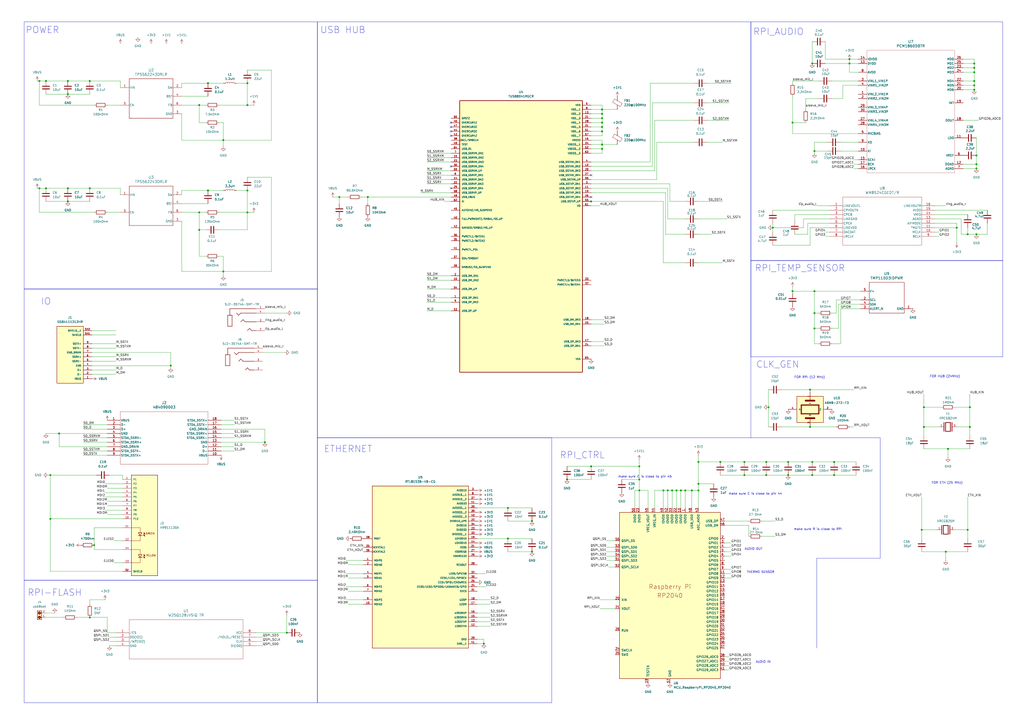
<source format=kicad_sch>
(kicad_sch (version 20250114) (generator "eeschema") (generator_version "9.0")
  (paper "A2")
  (rectangle (start 184.15 12.7) (end 435.61 254))
  (rectangle (start 184.15 254) (end 320.04 407.67))
  (rectangle (start 13.97 12.7) (end 184.15 167.64))
  (rectangle (start 435.61 151.13) (end 581.66 207.01))
  (rectangle (start 13.97 167.64) (end 184.15 336.55))
  (rectangle (start 13.97 336.55) (end 184.15 407.67))
  (rectangle (start 435.61 12.7) (end 581.66 151.13))
  (text "FOR RPI (12 MHz)" (at 469.646 218.948 0) (effects (font (size 1.27 1.27))))
  (text "RPI_AUDIO" (at 451.612 18.542 0) (effects (font (size 3.81 3.81))))
  (text "CLK_GEN\n" (at 451.104 211.582 0) (effects (font (size 3.81 3.81))))
  (text "make sure C is close to pin 44" (at 438.15 286.512 0) (effects (font (size 1.27 1.27))))
  (text "make sure R is close to RPI" (at 474.472 307.086 0) (effects (font (size 1.27 1.27))))
  (text "RPI_TEMP_SENSOR" (at 464.058 155.702 0) (effects (font (size 3.81 3.81))))
  (text "RPI_CTRL" (at 337.82 264.16 0) (effects (font (size 3.81 3.81))))
  (text "make sure C is close to pin 45" (at 374.142 276.606 0) (effects (font (size 1.27 1.27))))
  (text "RPI-FLASH" (at 31.75 343.916 0) (effects (font (size 3.81 3.81))))
  (text "USB HUB" (at 198.882 17.526 0) (effects (font (size 3.81 3.81))))
  (text "THERMO SENSOR" (at 441.198 331.978 0) (effects (font (size 1.27 1.27))))
  (text "FOR ETH (25 MHz)" (at 549.402 280.162 0) (effects (font (size 1.27 1.27))))
  (text "ETHERNET" (at 201.93 260.604 0) (effects (font (size 3.81 3.81))))
  (text "AUDIO IN" (at 442.722 384.048 0) (effects (font (size 1.27 1.27))))
  (text "FOR HUB (24MHz)" (at 548.132 218.44 0) (effects (font (size 1.27 1.27))))
  (text "AUDIO OUT" (at 437.134 318.516 0) (effects (font (size 1.27 1.27))))
  (text "IO" (at 26.67 175.006 0) (effects (font (size 3.81 3.81))))
  (text "POWER" (at 24.638 17.526 0) (effects (font (size 3.81 3.81))))
  (junction (at 213.36 114.3))
  (junction (at 565.15 36.83))
  (junction (at 565.15 39.37))
  (junction (at 469.9 247.65))
  (junction (at 472.44 181.61))
  (junction (at 566.42 90.17))
  (junction (at 342.9 116.84))
  (junction (at 384.81 284.48))
  (junction (at 120.65 48.26))
  (junction (at 52.07 46.99))
  (junction (at 472.44 87.63))
  (junction (at 34.29 251.46))
  (junction (at 370.84 284.48))
  (junction (at 120.65 110.49))
  (junction (at 29.21 300.99))
  (junction (at 22.86 109.22))
  (junction (at 349.25 86.36))
  (junction (at 492.76 34.29))
  (junction (at 459.74 71.12))
  (junction (at 562.61 236.22))
  (junction (at 534.67 307.34))
  (junction (at 561.34 307.34))
  (junction (at 29.21 275.59))
  (junction (at 39.37 116.84))
  (junction (at 548.64 320.04))
  (junction (at 566.42 135.89))
  (junction (at 448.31 132.08))
  (junction (at 349.25 71.12))
  (junction (at 129.54 81.28))
  (junction (at 153.67 256.54))
  (junction (at 457.2 275.59))
  (junction (at 469.9 226.06))
  (junction (at 280.67 373.38))
  (junction (at 562.61 247.65))
  (junction (at 294.64 312.42))
  (junction (at 52.07 358.14))
  (junction (at 565.15 41.91))
  (junction (at 349.25 63.5))
  (junction (at 39.37 109.22))
  (junction (at 349.25 73.66))
  (junction (at 417.83 267.97))
  (junction (at 431.8 275.59))
  (junction (at 554.99 132.08))
  (junction (at 26.67 46.99))
  (junction (at 349.25 68.58))
  (junction (at 143.51 110.49))
  (junction (at 129.54 157.48))
  (junction (at 471.17 36.83))
  (junction (at 39.37 54.61))
  (junction (at 401.32 284.48))
  (junction (at 566.42 95.25))
  (junction (at 444.5 275.59))
  (junction (at 483.87 267.97))
  (junction (at 394.97 284.48))
  (junction (at 342.9 270.51))
  (junction (at 405.13 280.67))
  (junction (at 492.76 36.83))
  (junction (at 22.86 46.99))
  (junction (at 471.17 267.97))
  (junction (at 565.15 49.53))
  (junction (at 26.67 109.22))
  (junction (at 397.51 284.48))
  (junction (at 457.2 267.97))
  (junction (at 308.61 320.04))
  (junction (at 535.94 247.65))
  (junction (at 52.07 109.22))
  (junction (at 561.34 135.89))
  (junction (at 472.44 190.5))
  (junction (at 392.43 284.48))
  (junction (at 405.13 284.48))
  (junction (at 535.94 236.22))
  (junction (at 143.51 60.96))
  (junction (at 115.57 60.96))
  (junction (at 115.57 123.19))
  (junction (at 54.61 316.23))
  (junction (at 472.44 168.91))
  (junction (at 39.37 46.99))
  (junction (at 115.57 133.35))
  (junction (at 349.25 83.82))
  (junction (at 389.89 284.48))
  (junction (at 483.87 275.59))
  (junction (at 308.61 302.26))
  (junction (at 166.37 367.03))
  (junction (at 444.5 267.97))
  (junction (at 387.35 284.48))
  (junction (at 549.91 260.35))
  (junction (at 459.74 168.91))
  (junction (at 370.84 270.51))
  (junction (at 143.51 123.19))
  (junction (at 405.13 267.97))
  (junction (at 349.25 66.04))
  (junction (at 99.06 212.09))
  (junction (at 294.64 294.64))
  (junction (at 143.51 48.26))
  (junction (at 328.93 278.13))
  (junction (at 565.15 46.99))
  (junction (at 196.85 114.3))
  (junction (at 349.25 76.2))
  (junction (at 445.77 236.22))
  (junction (at 370.84 278.13))
  (junction (at 431.8 267.97))
  (junction (at 565.15 52.07))
  (junction (at 471.17 275.59))
  (junction (at 566.42 97.79))
  (no_connect (at 261.62 96.52))
  (no_connect (at 261.62 71.12))
  (no_connect (at 342.9 101.6))
  (no_connect (at 261.62 109.22))
  (no_connect (at 261.62 78.74))
  (no_connect (at 342.9 114.3))
  (no_connect (at 261.62 73.66))
  (no_connect (at 261.62 76.2))
  (polyline (pts (xy 435.61 254) (xy 510.54 254)))
  (wire (pts (xy 143.51 110.49) (xy 143.51 123.19)))
  (wire (pts (xy 459.74 170.18) (xy 459.74 168.91)))
  (wire (pts (xy 276.86 312.42) (xy 294.64 312.42)))
  (wire (pts (xy 105.41 48.26) (xy 105.41 50.8)))
  (wire (pts (xy 461.01 124.46) (xy 481.33 124.46)))
  (wire (pts (xy 379.73 99.06) (xy 342.9 99.06)))
  (wire (pts (xy 127 60.96) (xy 143.51 60.96)))
  (wire (pts (xy 461.01 135.89) (xy 468.63 135.89)))
  (wire (pts (xy 497.84 92.71) (xy 495.3 92.71)))
  (wire (pts (xy 115.57 148.59) (xy 119.38 148.59)))
  (wire (pts (xy 535.94 247.65) (xy 535.94 236.22)))
  (wire (pts (xy 472.44 87.63) (xy 472.44 88.9)))
  (wire (pts (xy 129.54 160.02) (xy 129.54 157.48)))
  (wire (pts (xy 26.67 54.61) (xy 39.37 54.61)))
  (wire (pts (xy 127 133.35) (xy 143.51 133.35)))
  (wire (pts (xy 115.57 71.12) (xy 115.57 60.96)))
  (wire (pts (xy 71.12 331.47) (xy 29.21 331.47)))
  (wire (pts (xy 562.61 247.65) (xy 554.99 247.65)))
  (wire (pts (xy 62.23 290.83) (xy 71.12 290.83)))
  (wire (pts (xy 444.5 275.59) (xy 457.2 275.59)))
  (wire (pts (xy 22.86 60.96) (xy 22.86 46.99)))
  (wire (pts (xy 368.3 284.48) (xy 368.3 294.64)))
  (wire (pts (xy 542.29 137.16) (xy 544.83 137.16)))
  (wire (pts (xy 351.79 320.04) (xy 356.87 320.04)))
  (wire (pts (xy 534.67 307.34) (xy 543.56 307.34)))
  (wire (pts (xy 143.51 48.26) (xy 143.51 60.96)))
  (wire (pts (xy 342.9 270.51) (xy 370.84 270.51)))
  (wire (pts (xy 441.96 311.15) (xy 449.58 311.15)))
  (wire (pts (xy 349.25 63.5) (xy 358.14 63.5)))
  (wire (pts (xy 129.54 85.09) (xy 129.54 81.28)))
  (wire (pts (xy 294.64 312.42) (xy 308.61 312.42)))
  (wire (pts (xy 472.44 82.55) (xy 472.44 87.63)))
  (wire (pts (xy 105.41 81.28) (xy 129.54 81.28)))
  (wire (pts (xy 397.51 284.48) (xy 401.32 284.48)))
  (wire (pts (xy 342.9 185.42) (xy 350.52 185.42)))
  (wire (pts (xy 342.9 200.66) (xy 350.52 200.66)))
  (wire (pts (xy 48.26 256.54) (xy 62.23 256.54)))
  (wire (pts (xy 63.5 374.65) (xy 67.31 374.65)))
  (wire (pts (xy 572.77 135.89) (xy 566.42 135.89)))
  (wire (pts (xy 209.55 114.3) (xy 213.36 114.3)))
  (wire (pts (xy 384.81 284.48) (xy 387.35 284.48)))
  (wire (pts (xy 384.81 116.84) (xy 342.9 116.84)))
  (wire (pts (xy 276.86 294.64) (xy 294.64 294.64)))
  (wire (pts (xy 342.9 187.96) (xy 350.52 187.96)))
  (wire (pts (xy 459.74 168.91) (xy 459.74 166.37)))
  (wire (pts (xy 410.21 69.85) (xy 422.91 69.85)))
  (wire (pts (xy 294.64 294.64) (xy 308.61 294.64)))
  (wire (pts (xy 497.84 34.29) (xy 492.76 34.29)))
  (wire (pts (xy 60.96 288.29) (xy 71.12 288.29)))
  (wire (pts (xy 143.51 48.26) (xy 137.16 48.26)))
  (wire (pts (xy 261.62 99.06) (xy 247.65 99.06)))
  (wire (pts (xy 337.82 116.84) (xy 342.9 116.84)))
  (wire (pts (xy 542.29 124.46) (xy 561.34 124.46)))
  (wire (pts (xy 342.9 71.12) (xy 349.25 71.12)))
  (wire (pts (xy 378.46 96.52) (xy 378.46 59.69)))
  (wire (pts (xy 558.8 46.99) (xy 565.15 46.99)))
  (wire (pts (xy 53.34 212.09) (xy 99.06 212.09)))
  (wire (pts (xy 193.04 114.3) (xy 196.85 114.3)))
  (wire (pts (xy 105.41 60.96) (xy 115.57 60.96)))
  (wire (pts (xy 22.86 123.19) (xy 54.61 123.19)))
  (wire (pts (xy 26.67 251.46) (xy 34.29 251.46)))
  (wire (pts (xy 392.43 284.48) (xy 394.97 284.48)))
  (wire (pts (xy 62.23 358.14) (xy 62.23 367.03)))
  (wire (pts (xy 370.84 284.48) (xy 370.84 294.64)))
  (wire (pts (xy 431.8 275.59) (xy 444.5 275.59)))
  (wire (pts (xy 53.34 194.31) (xy 67.31 194.31)))
  (wire (pts (xy 392.43 284.48) (xy 392.43 294.64)))
  (wire (pts (xy 349.25 68.58) (xy 349.25 71.12)))
  (wire (pts (xy 349.25 83.82) (xy 358.14 83.82)))
  (wire (pts (xy 247.65 101.6) (xy 261.62 101.6)))
  (wire (pts (xy 542.29 127) (xy 557.53 127)))
  (wire (pts (xy 468.63 135.89) (xy 468.63 129.54)))
  (wire (pts (xy 487.68 82.55) (xy 497.84 82.55)))
  (wire (pts (xy 558.8 69.85) (xy 567.69 69.85)))
  (wire (pts (xy 99.06 213.36) (xy 99.06 212.09)))
  (wire (pts (xy 351.79 322.58) (xy 356.87 322.58)))
  (wire (pts (xy 386.08 135.89) (xy 386.08 111.76)))
  (wire (pts (xy 485.14 181.61) (xy 485.14 173.99)))
  (wire (pts (xy 261.62 106.68) (xy 247.65 106.68)))
  (wire (pts (xy 561.34 132.08) (xy 561.34 135.89)))
  (wire (pts (xy 201.93 342.9) (xy 210.82 342.9)))
  (wire (pts (xy 34.29 259.08) (xy 62.23 259.08)))
  (wire (pts (xy 143.51 110.49) (xy 137.16 110.49)))
  (wire (pts (xy 495.3 97.79) (xy 497.84 97.79)))
  (wire (pts (xy 388.62 106.68) (xy 342.9 106.68)))
  (wire (pts (xy 379.73 69.85) (xy 379.73 99.06)))
  (wire (pts (xy 448.31 121.92) (xy 481.33 121.92)))
  (wire (pts (xy 405.13 284.48) (xy 405.13 294.64)))
  (wire (pts (xy 342.9 96.52) (xy 378.46 96.52)))
  (wire (pts (xy 405.13 152.4) (xy 419.1 152.4)))
  (wire (pts (xy 420.37 332.74) (xy 424.18 332.74)))
  (wire (pts (xy 420.37 330.2) (xy 424.18 330.2)))
  (wire (pts (xy 565.15 36.83) (xy 565.15 39.37)))
  (wire (pts (xy 261.62 167.64) (xy 247.65 167.64)))
  (wire (pts (xy 342.9 63.5) (xy 349.25 63.5)))
  (wire (pts (xy 26.67 358.14) (xy 36.83 358.14)))
  (wire (pts (xy 562.61 236.22) (xy 562.61 247.65)))
  (wire (pts (xy 261.62 111.76) (xy 243.84 111.76)))
  (wire (pts (xy 394.97 284.48) (xy 394.97 294.64)))
  (wire (pts (xy 487.68 199.39) (xy 487.68 179.07)))
  (wire (pts (xy 459.74 55.88) (xy 459.74 71.12)))
  (wire (pts (xy 554.99 129.54) (xy 542.29 129.54)))
  (wire (pts (xy 457.2 267.97) (xy 471.17 267.97)))
  (wire (pts (xy 200.66 332.74) (xy 210.82 332.74)))
  (wire (pts (xy 487.68 87.63) (xy 497.84 87.63)))
  (wire (pts (xy 129.54 71.12) (xy 127 71.12)))
  (wire (pts (xy 356.87 325.12) (xy 351.79 325.12)))
  (wire (pts (xy 276.86 355.6) (xy 284.48 355.6)))
  (wire (pts (xy 115.57 133.35) (xy 119.38 133.35)))
  (wire (pts (xy 351.79 317.5) (xy 356.87 317.5)))
  (wire (pts (xy 420.37 383.54) (xy 422.91 383.54)))
  (wire (pts (xy 486.41 190.5) (xy 486.41 176.53)))
  (wire (pts (xy 105.41 110.49) (xy 105.41 113.03)))
  (wire (pts (xy 105.41 55.88) (xy 120.65 55.88)))
  (wire (pts (xy 405.13 280.67) (xy 405.13 284.48)))
  (wire (pts (xy 461.01 128.27) (xy 461.01 124.46)))
  (wire (pts (xy 549.91 260.35) (xy 562.61 260.35)))
  (wire (pts (xy 276.86 358.14) (xy 284.48 358.14)))
  (wire (pts (xy 557.53 127) (xy 557.53 135.89)))
  (wire (pts (xy 482.6 190.5) (xy 486.41 190.5)))
  (wire (pts (xy 69.85 46.99) (xy 69.85 50.8)))
  (wire (pts (xy 482.6 46.99) (xy 497.84 46.99)))
  (wire (pts (xy 54.61 306.07) (xy 71.12 306.07)))
  (wire (pts (xy 453.39 247.65) (xy 469.9 247.65)))
  (wire (pts (xy 213.36 114.3) (xy 261.62 114.3)))
  (wire (pts (xy 349.25 60.96) (xy 349.25 63.5)))
  (wire (pts (xy 257.81 116.84) (xy 261.62 116.84)))
  (wire (pts (xy 39.37 54.61) (xy 52.07 54.61)))
  (wire (pts (xy 482.6 181.61) (xy 485.14 181.61)))
  (wire (pts (xy 386.08 111.76) (xy 342.9 111.76)))
  (wire (pts (xy 62.23 283.21) (xy 71.12 283.21)))
  (wire (pts (xy 53.34 191.77) (xy 67.31 191.77)))
  (wire (pts (xy 294.64 320.04) (xy 308.61 320.04)))
  (wire (pts (xy 60.96 280.67) (xy 71.12 280.67)))
  (wire (pts (xy 410.21 59.69) (xy 422.91 59.69)))
  (wire (pts (xy 53.34 214.63) (xy 67.31 214.63)))
  (wire (pts (xy 445.77 236.22) (xy 445.77 247.65)))
  (wire (pts (xy 351.79 313.69) (xy 356.87 313.69)))
  (wire (pts (xy 542.29 119.38) (xy 548.64 119.38)))
  (wire (pts (xy 328.93 278.13) (xy 342.9 278.13)))
  (wire (pts (xy 558.8 34.29) (xy 565.15 34.29)))
  (wire (pts (xy 342.9 198.12) (xy 350.52 198.12)))
  (polyline (pts (xy 473.71 323.85) (xy 473.71 375.92)))
  (wire (pts (xy 370.84 278.13) (xy 370.84 284.48)))
  (wire (pts (xy 558.8 39.37) (xy 565.15 39.37)))
  (wire (pts (xy 200.66 325.12) (xy 210.82 325.12)))
  (wire (pts (xy 370.84 266.7) (xy 370.84 270.51)))
  (wire (pts (xy 497.84 77.47) (xy 459.74 77.47)))
  (wire (pts (xy 434.34 304.8) (xy 434.34 311.15)))
  (wire (pts (xy 349.25 81.28) (xy 349.25 83.82)))
  (wire (pts (xy 143.51 102.87) (xy 157.48 102.87)))
  (wire (pts (xy 342.9 86.36) (xy 349.25 86.36)))
  (wire (pts (xy 115.57 60.96) (xy 119.38 60.96)))
  (wire (pts (xy 129.54 71.12) (xy 129.54 81.28)))
  (wire (pts (xy 370.84 270.51) (xy 370.84 278.13)))
  (wire (pts (xy 420.37 314.96) (xy 424.18 314.96)))
  (wire (pts (xy 471.17 267.97) (xy 483.87 267.97)))
  (wire (pts (xy 26.67 116.84) (xy 39.37 116.84)))
  (wire (pts (xy 105.41 81.28) (xy 105.41 66.04)))
  (wire (pts (xy 342.9 68.58) (xy 349.25 68.58)))
  (wire (pts (xy 200.66 347.98) (xy 210.82 347.98)))
  (wire (pts (xy 22.86 46.99) (xy 26.67 46.99)))
  (wire (pts (xy 554.99 132.08) (xy 554.99 140.97)))
  (wire (pts (xy 480.06 87.63) (xy 472.44 87.63)))
  (wire (pts (xy 39.37 116.84) (xy 52.07 116.84)))
  (wire (pts (xy 377.19 48.26) (xy 402.59 48.26)))
  (wire (pts (xy 276.86 373.38) (xy 280.67 373.38)))
  (wire (pts (xy 558.8 97.79) (xy 566.42 97.79)))
  (wire (pts (xy 548.64 320.04) (xy 561.34 320.04)))
  (wire (pts (xy 561.34 307.34) (xy 553.72 307.34)))
  (wire (pts (xy 128.27 248.92) (xy 153.67 248.92)))
  (wire (pts (xy 420.37 388.62) (xy 422.91 388.62)))
  (wire (pts (xy 21.59 109.22) (xy 22.86 109.22)))
  (wire (pts (xy 420.37 381) (xy 422.91 381)))
  (wire (pts (xy 542.29 132.08) (xy 554.99 132.08)))
  (wire (pts (xy 213.36 114.3) (xy 213.36 118.11)))
  (wire (pts (xy 48.26 248.92) (xy 62.23 248.92)))
  (wire (pts (xy 281.94 332.74) (xy 276.86 332.74)))
  (wire (pts (xy 474.98 190.5) (xy 472.44 190.5)))
  (wire (pts (xy 387.35 284.48) (xy 387.35 294.64)))
  (wire (pts (xy 381 82.55) (xy 402.59 82.55)))
  (wire (pts (xy 466.09 127) (xy 466.09 132.08)))
  (wire (pts (xy 201.93 350.52) (xy 210.82 350.52)))
  (wire (pts (xy 34.29 251.46) (xy 62.23 251.46)))
  (wire (pts (xy 148.59 369.57) (xy 152.4 369.57)))
  (wire (pts (xy 483.87 275.59) (xy 496.57 275.59)))
  (wire (pts (xy 105.41 118.11) (xy 120.65 118.11)))
  (wire (pts (xy 39.37 109.22) (xy 52.07 109.22)))
  (wire (pts (xy 294.64 302.26) (xy 308.61 302.26)))
  (wire (pts (xy 349.25 83.82) (xy 349.25 86.36)))
  (wire (pts (xy 561.34 312.42) (xy 561.34 307.34)))
  (wire (pts (xy 148.59 372.11) (xy 152.4 372.11)))
  (wire (pts (xy 52.07 347.98) (xy 52.07 350.52)))
  (wire (pts (xy 52.07 46.99) (xy 69.85 46.99)))
  (wire (pts (xy 420.37 304.8) (xy 434.34 304.8)))
  (wire (pts (xy 405.13 135.89) (xy 412.75 135.89)))
  (wire (pts (xy 471.17 24.13) (xy 471.17 36.83)))
  (wire (pts (xy 71.12 278.13) (xy 71.12 275.59)))
  (wire (pts (xy 394.97 284.48) (xy 397.51 284.48)))
  (wire (pts (xy 459.74 46.99) (xy 459.74 48.26)))
  (wire (pts (xy 481.33 132.08) (xy 469.9 132.08)))
  (wire (pts (xy 466.09 132.08) (xy 448.31 132.08)))
  (wire (pts (xy 128.27 259.08) (xy 135.89 259.08)))
  (wire (pts (xy 247.65 175.26) (xy 261.62 175.26)))
  (wire (pts (xy 54.61 318.77) (xy 71.12 318.77)))
  (wire (pts (xy 478.79 24.13) (xy 478.79 34.29)))
  (wire (pts (xy 328.93 270.51) (xy 342.9 270.51)))
  (wire (pts (xy 558.8 36.83) (xy 565.15 36.83)))
  (wire (pts (xy 120.65 110.49) (xy 105.41 110.49)))
  (wire (pts (xy 29.21 275.59) (xy 27.94 275.59)))
  (wire (pts (xy 495.3 226.06) (xy 469.9 226.06)))
  (wire (pts (xy 120.65 48.26) (xy 105.41 48.26)))
  (wire (pts (xy 342.9 76.2) (xy 349.25 76.2)))
  (wire (pts (xy 201.93 327.66) (xy 210.82 327.66)))
  (wire (pts (xy 48.26 264.16) (xy 62.23 264.16)))
  (wire (pts (xy 414.02 280.67) (xy 405.13 280.67)))
  (wire (pts (xy 472.44 190.5) (xy 472.44 199.39)))
  (wire (pts (xy 115.57 71.12) (xy 119.38 71.12)))
  (wire (pts (xy 69.85 109.22) (xy 69.85 113.03)))
  (wire (pts (xy 48.26 261.62) (xy 62.23 261.62)))
  (wire (pts (xy 448.31 132.08) (xy 448.31 134.62)))
  (wire (pts (xy 148.59 367.03) (xy 166.37 367.03)))
  (wire (pts (xy 356.87 328.93) (xy 353.06 328.93)))
  (wire (pts (xy 431.8 267.97) (xy 444.5 267.97)))
  (wire (pts (xy 388.62 116.84) (xy 388.62 106.68)))
  (wire (pts (xy 467.36 57.15) (xy 467.36 63.5)))
  (wire (pts (xy 457.2 275.59) (xy 471.17 275.59)))
  (wire (pts (xy 53.34 209.55) (xy 67.31 209.55)))
  (wire (pts (xy 548.64 320.04) (xy 548.64 325.12)))
  (wire (pts (xy 342.9 60.96) (xy 349.25 60.96)))
  (wire (pts (xy 60.96 285.75) (xy 71.12 285.75)))
  (wire (pts (xy 487.68 179.07) (xy 499.11 179.07)))
  (wire (pts (xy 342.9 119.38) (xy 347.98 119.38)))
  (wire (pts (xy 554.99 132.08) (xy 554.99 129.54)))
  (wire (pts (xy 52.07 109.22) (xy 69.85 109.22)))
  (wire (pts (xy 420.37 302.26) (xy 434.34 302.26)))
  (wire (pts (xy 62.23 367.03) (xy 67.31 367.03)))
  (wire (pts (xy 420.37 320.04) (xy 424.18 320.04)))
  (wire (pts (xy 397.51 116.84) (xy 388.62 116.84)))
  (wire (pts (xy 474.98 199.39) (xy 472.44 199.39)))
  (wire (pts (xy 53.34 199.39) (xy 67.31 199.39)))
  (wire (pts (xy 54.61 316.23) (xy 54.61 318.77)))
  (wire (pts (xy 492.76 36.83) (xy 497.84 36.83)))
  (wire (pts (xy 420.37 317.5) (xy 424.18 317.5)))
  (wire (pts (xy 535.94 228.6) (xy 535.94 236.22)))
  (wire (pts (xy 534.67 288.29) (xy 534.67 307.34)))
  (wire (pts (xy 52.07 358.14) (xy 62.23 358.14)))
  (wire (pts (xy 143.51 60.96) (xy 147.32 60.96)))
  (wire (pts (xy 572.77 129.54) (xy 572.77 135.89)))
  (wire (pts (xy 99.06 212.09) (xy 99.06 204.47)))
  (wire (pts (xy 53.34 207.01) (xy 67.31 207.01)))
  (wire (pts (xy 26.67 109.22) (xy 39.37 109.22)))
  (wire (pts (xy 53.34 201.93) (xy 67.31 201.93)))
  (wire (pts (xy 105.41 123.19) (xy 115.57 123.19)))
  (wire (pts (xy 379.73 294.64) (xy 379.73 284.48)))
  (wire (pts (xy 48.26 254) (xy 62.23 254)))
  (wire (pts (xy 128.27 254) (xy 135.89 254)))
  (wire (pts (xy 196.85 114.3) (xy 201.93 114.3)))
  (wire (pts (xy 558.8 49.53) (xy 565.15 49.53)))
  (wire (pts (xy 558.8 41.91) (xy 565.15 41.91)))
  (wire (pts (xy 71.12 275.59) (xy 63.5 275.59)))
  (wire (pts (xy 535.94 252.73) (xy 535.94 247.65)))
  (wire (pts (xy 48.26 246.38) (xy 62.23 246.38)))
  (wire (pts (xy 474.98 181.61) (xy 472.44 181.61)))
  (wire (pts (xy 60.96 347.98) (xy 52.07 347.98)))
  (wire (pts (xy 129.54 148.59) (xy 127 148.59)))
  (wire (pts (xy 420.37 335.28) (xy 424.18 335.28)))
  (wire (pts (xy 565.15 41.91) (xy 565.15 46.99)))
  (wire (pts (xy 448.31 142.24) (xy 469.9 142.24)))
  (wire (pts (xy 534.67 312.42) (xy 534.67 307.34)))
  (wire (pts (xy 561.34 135.89) (xy 566.42 135.89)))
  (wire (pts (xy 542.29 134.62) (xy 544.83 134.62)))
  (wire (pts (xy 469.9 247.65) (xy 485.14 247.65)))
  (wire (pts (xy 120.65 110.49) (xy 129.54 110.49)))
  (wire (pts (xy 29.21 331.47) (xy 29.21 300.99)))
  (wire (pts (xy 486.41 176.53) (xy 499.11 176.53)))
  (wire (pts (xy 63.5 369.57) (xy 67.31 369.57)))
  (wire (pts (xy 417.83 267.97) (xy 431.8 267.97)))
  (wire (pts (xy 562.61 236.22) (xy 562.61 228.6)))
  (wire (pts (xy 375.92 294.64) (xy 375.92 284.48)))
  (wire (pts (xy 349.25 86.36) (xy 349.25 88.9)))
  (wire (pts (xy 565.15 34.29) (xy 565.15 36.83)))
  (wire (pts (xy 566.42 95.25) (xy 558.8 95.25)))
  (wire (pts (xy 566.42 95.25) (xy 566.42 97.79)))
  (wire (pts (xy 148.59 374.65) (xy 152.4 374.65)))
  (wire (pts (xy 261.62 104.14) (xy 247.65 104.14)))
  (wire (pts (xy 342.9 81.28) (xy 349.25 81.28)))
  (wire (pts (xy 143.51 123.19) (xy 147.32 123.19)))
  (wire (pts (xy 22.86 60.96) (xy 54.61 60.96)))
  (wire (pts (xy 105.41 157.48) (xy 129.54 157.48)))
  (wire (pts (xy 143.51 40.64) (xy 157.48 40.64)))
  (wire (pts (xy 26.67 355.6) (xy 31.75 355.6)))
  (wire (pts (xy 157.48 102.87) (xy 157.48 157.48)))
  (wire (pts (xy 478.79 36.83) (xy 492.76 36.83)))
  (wire (pts (xy 469.9 226.06) (xy 469.9 227.33)))
  (wire (pts (xy 21.59 46.99) (xy 22.86 46.99)))
  (wire (pts (xy 492.76 247.65) (xy 495.3 247.65)))
  (wire (pts (xy 565.15 52.07) (xy 558.8 52.07)))
  (wire (pts (xy 157.48 157.48) (xy 129.54 157.48)))
  (wire (pts (xy 247.65 91.44) (xy 261.62 91.44)))
  (wire (pts (xy 472.44 181.61) (xy 472.44 190.5)))
  (wire (pts (xy 66.04 326.39) (xy 71.12 326.39)))
  (wire (pts (xy 153.67 181.61) (xy 166.37 181.61)))
  (wire (pts (xy 342.9 93.98) (xy 377.19 93.98)))
  (wire (pts (xy 488.95 49.53) (xy 488.95 57.15)))
  (wire (pts (xy 389.89 284.48) (xy 392.43 284.48)))
  (wire (pts (xy 472.44 168.91) (xy 499.11 168.91)))
  (wire (pts (xy 389.89 284.48) (xy 389.89 294.64)))
  (wire (pts (xy 349.25 71.12) (xy 349.25 73.66)))
  (wire (pts (xy 247.65 162.56) (xy 261.62 162.56)))
  (wire (pts (xy 71.12 300.99) (xy 29.21 300.99)))
  (wire (pts (xy 566.42 80.01) (xy 566.42 90.17)))
  (wire (pts (xy 34.29 259.08) (xy 34.29 251.46)))
  (wire (pts (xy 99.06 204.47) (xy 53.34 204.47)))
  (wire (pts (xy 261.62 93.98) (xy 247.65 93.98)))
  (wire (pts (xy 410.21 82.55) (xy 419.1 82.55)))
  (wire (pts (xy 62.23 293.37) (xy 71.12 293.37)))
  (wire (pts (xy 405.13 264.16) (xy 405.13 267.97)))
  (wire (pts (xy 62.23 298.45) (xy 71.12 298.45)))
  (wire (pts (xy 534.67 320.04) (xy 548.64 320.04)))
  (wire (pts (xy 448.31 129.54) (xy 448.31 132.08)))
  (wire (pts (xy 471.17 275.59) (xy 483.87 275.59)))
  (wire (pts (xy 261.62 180.34) (xy 247.65 180.34)))
  (wire (pts (xy 405.13 267.97) (xy 405.13 280.67)))
  (wire (pts (xy 247.65 160.02) (xy 261.62 160.02)))
  (wire (pts (xy 473.71 119.38) (xy 481.33 119.38)))
  (wire (pts (xy 472.44 168.91) (xy 459.74 168.91)))
  (wire (pts (xy 565.15 49.53) (xy 565.15 52.07)))
  (wire (pts (xy 54.61 316.23) (xy 54.61 306.07)))
  (wire (pts (xy 468.63 129.54) (xy 481.33 129.54)))
  (wire (pts (xy 492.76 41.91) (xy 492.76 36.83)))
  (wire (pts (xy 157.48 40.64) (xy 157.48 81.28)))
  (wire (pts (xy 417.83 275.59) (xy 431.8 275.59)))
  (wire (pts (xy 535.94 247.65) (xy 544.83 247.65)))
  (wire (pts (xy 128.27 251.46) (xy 135.89 251.46)))
  (wire (pts (xy 120.65 48.26) (xy 129.54 48.26)))
  (wire (pts (xy 115.57 148.59) (xy 115.57 133.35)))
  (wire (pts (xy 349.25 76.2) (xy 349.25 78.74)))
  (wire (pts (xy 566.42 90.17) (xy 566.42 95.25)))
  (wire (pts (xy 469.9 132.08) (xy 469.9 142.24)))
  (wire (pts (xy 478.79 34.29) (xy 492.76 34.29)))
  (wire (pts (xy 384.81 152.4) (xy 384.81 116.84)))
  (wire (pts (xy 29.21 300.99) (xy 29.21 275.59)))
  (wire (pts (xy 105.41 157.48) (xy 105.41 128.27)))
  (wire (pts (xy 342.9 83.82) (xy 349.25 83.82)))
  (wire (pts (xy 397.51 135.89) (xy 386.08 135.89)))
  (wire (pts (xy 557.53 135.89) (xy 561.34 135.89)))
  (wire (pts (xy 115.57 123.19) (xy 119.38 123.19)))
  (wire (pts (xy 276.86 370.84) (xy 280.67 370.84)))
  (wire (pts (xy 420.37 386.08) (xy 422.91 386.08)))
  (wire (pts (xy 347.98 347.98) (xy 356.87 347.98)))
  (wire (pts (xy 562.61 252.73) (xy 562.61 247.65)))
  (wire (pts (xy 349.25 73.66) (xy 349.25 76.2)))
  (wire (pts (xy 549.91 260.35) (xy 549.91 265.43)))
  (wire (pts (xy 143.51 133.35) (xy 143.51 123.19)))
  (wire (pts (xy 60.96 295.91) (xy 71.12 295.91)))
  (wire (pts (xy 495.3 95.25) (xy 497.84 95.25)))
  (wire (pts (xy 381 104.14) (xy 381 82.55)))
  (wire (pts (xy 22.86 109.22) (xy 26.67 109.22)))
  (wire (pts (xy 276.86 360.68) (xy 284.48 360.68)))
  (wire (pts (xy 200.66 340.36) (xy 210.82 340.36)))
  (wire (pts (xy 360.68 278.13) (xy 370.84 278.13)))
  (polyline (pts (xy 510.54 254) (xy 510.54 323.85)))
  (wire (pts (xy 115.57 133.35) (xy 115.57 123.19)))
  (wire (pts (xy 128.27 246.38) (xy 135.89 246.38)))
  (wire (pts (xy 492.76 34.29) (xy 492.76 36.83)))
  (wire (pts (xy 561.34 288.29) (xy 561.34 307.34)))
  (wire (pts (xy 444.5 267.97) (xy 457.2 267.97)))
  (wire (pts (xy 478.79 137.16) (xy 481.33 137.16)))
  (wire (pts (xy 441.96 302.26) (xy 449.58 302.26)))
  (wire (pts (xy 384.81 152.4) (xy 397.51 152.4)))
  (wire (pts (xy 342.9 109.22) (xy 387.35 109.22)))
  (wire (pts (xy 488.95 57.15) (xy 482.6 57.15)))
  (wire (pts (xy 401.32 284.48) (xy 405.13 284.48)))
  (wire (pts (xy 128.27 243.84) (xy 135.89 243.84)))
  (wire (pts (xy 535.94 236.22) (xy 546.1 236.22)))
  (wire (pts (xy 128.27 256.54) (xy 153.67 256.54)))
  (wire (pts (xy 379.73 284.48) (xy 384.81 284.48)))
  (wire (pts (xy 481.33 127) (xy 466.09 127)))
  (wire (pts (xy 497.84 49.53) (xy 488.95 49.53)))
  (wire (pts (xy 410.21 48.26) (xy 424.18 48.26)))
  (polyline (pts (xy 510.54 323.85) (xy 473.71 323.85)))
  (wire (pts (xy 39.37 46.99) (xy 52.07 46.99)))
  (wire (pts (xy 378.46 59.69) (xy 402.59 59.69)))
  (wire (pts (xy 342.9 66.04) (xy 349.25 66.04)))
  (wire (pts (xy 565.15 39.37) (xy 565.15 41.91)))
  (wire (pts (xy 377.19 93.98) (xy 377.19 48.26)))
  (wire (pts (xy 467.36 57.15) (xy 474.98 57.15)))
  (wire (pts (xy 22.86 123.19) (xy 22.86 109.22)))
  (wire (pts (xy 349.25 66.04) (xy 349.25 68.58)))
  (wire (pts (xy 459.74 71.12) (xy 467.36 71.12)))
  (wire (pts (xy 128.27 261.62) (xy 135.89 261.62)))
  (wire (pts (xy 166.37 356.87) (xy 166.37 367.03)))
  (wire (pts (xy 445.77 226.06) (xy 445.77 236.22)))
  (wire (pts (xy 201.93 335.28) (xy 210.82 335.28)))
  (wire (pts (xy 342.9 104.14) (xy 381 104.14)))
  (wire (pts (xy 405.13 267.97) (xy 417.83 267.97)))
  (wire (pts (xy 53.34 217.17) (xy 67.31 217.17)))
  (wire (pts (xy 375.92 284.48) (xy 370.84 284.48)))
  (wire (pts (xy 402.59 69.85) (xy 379.73 69.85)))
  (wire (pts (xy 66.04 313.69) (xy 71.12 313.69)))
  (wire (pts (xy 349.25 63.5) (xy 349.25 66.04)))
  (wire (pts (xy 397.51 284.48) (xy 397.51 294.64)))
  (wire (pts (xy 419.1 116.84) (xy 405.13 116.84)))
  (wire (pts (xy 29.21 275.59) (xy 55.88 275.59)))
  (wire (pts (xy 542.29 121.92) (xy 572.77 121.92)))
  (wire (pts (xy 342.9 73.66) (xy 349.25 73.66)))
  (wire (pts (xy 459.74 46.99) (xy 474.98 46.99)))
  (wire (pts (xy 44.45 358.14) (xy 52.07 358.14)))
  (wire (pts (xy 62.23 123.19) (xy 69.85 123.19)))
  (wire (pts (xy 565.15 46.99) (xy 565.15 49.53)))
  (wire (pts (xy 387.35 284.48) (xy 389.89 284.48)))
  (wire (pts (xy 472.44 168.91) (xy 472.44 181.61)))
  (wire (pts (xy 482.6 199.39) (xy 487.68 199.39)))
  (wire (pts (xy 401.32 284.48) (xy 401.32 294.64)))
  (wire (pts (xy 153.67 248.92) (xy 153.67 256.54)))
  (wire (pts (xy 247.65 172.72) (xy 261.62 172.72)))
  (wire (pts (xy 281.94 340.36) (xy 276.86 340.36)))
  (wire (pts (xy 459.74 77.47) (xy 459.74 71.12)))
  (wire (pts (xy 157.48 81.28) (xy 129.54 81.28)))
  (wire (pts (xy 127 123.19) (xy 143.51 123.19)))
  (wire (pts (xy 26.67 46.99) (xy 39.37 46.99)))
  (wire (pts (xy 453.39 226.06) (xy 469.9 226.06)))
  (wire (pts (xy 129.54 148.59) (xy 129.54 157.48)))
  (wire (pts (xy 152.4 204.47) (xy 165.1 204.47)))
  (wire (pts (xy 276.86 363.22) (xy 284.48 363.22)))
  (wire (pts (xy 387.35 109.22) (xy 387.35 127)))
  (wire (pts (xy 387.35 127) (xy 397.51 127)))
  (wire (pts (xy 485.14 173.99) (xy 499.11 173.99)))
  (wire (pts (xy 349.25 78.74) (xy 342.9 78.74)))
  (wire (pts (xy 370.84 284.48) (xy 368.3 284.48)))
  (wire (pts (xy 63.5 372.11) (xy 67.31 372.11)))
  (wire (pts (xy 349.25 88.9) (xy 342.9 88.9)))
  (wire (pts (xy 480.06 82.55) (xy 472.44 82.55)))
  (wire (pts (xy 535.94 260.35) (xy 549.91 260.35)))
  (wire (pts (xy 553.72 236.22) (xy 562.61 236.22)))
  (wire (pts (xy 384.81 284.48) (xy 384.81 294.64)))
  (wire (pts (xy 347.98 353.06) (xy 356.87 353.06)))
  (wire (pts (xy 483.87 267.97) (xy 496.57 267.97)))
  (wire (pts (xy 276.86 350.52) (xy 284.48 350.52)))
  (wire (pts (xy 420.37 322.58) (xy 424.18 322.58)))
  (wire (pts (xy 497.84 41.91) (xy 492.76 41.91)))
  (wire (pts (xy 478.79 134.62) (xy 481.33 134.62)))
  (wire (pts (xy 247.65 88.9) (xy 261.62 88.9)))
  (wire (pts (xy 280.67 370.84) (xy 280.67 373.38)))
  (wire (pts (xy 62.23 60.96) (xy 69.85 60.96)))
  (wire (pts (xy 276.86 347.98) (xy 284.48 347.98)))
  (wire (pts (xy 196.85 118.11) (xy 196.85 114.3)))
  (wire (pts (xy 405.13 127) (xy 421.64 127)))
  (label "S0_SSRX" (at 247.65 101.6 0))
  (label "S1_D" (at 135.89 259.08 0))
  (label "S2_DM" (at 350.52 185.42 0))
  (label "S2_SSRXM" (at 247.65 93.98 0))
  (label "S0_DM" (at 247.65 160.02 0))
  (label "GPIO8" (at 424.18 332.74 0))
  (label "HUB_XIN" (at 562.61 228.6 0))
  (label "M_SSTXM" (at 419.1 82.55 0))
  (label "S1_SSRX" (at 247.65 104.14 0))
  (label "MDI1" (at 60.96 285.75 180))
  (label "M_D" (at 247.65 180.34 0))
  (label "MDI3M" (at 62.23 298.45 180))
  (label "MDI2" (at 60.96 288.29 180))
  (label "RPI_XIN" (at 495.3 226.06 0))
  (label "MDI1M" (at 201.93 335.28 180))
  (label "GPIO3" (at 424.18 320.04 0))
  (label "GPIO9" (at 424.18 335.28 0))
  (label "M_SSRX" (at 67.31 207.01 0))
  (label "S3_D" (at 350.52 200.66 0))
  (label "QSPI_SD2" (at 63.5 372.11 180))
  (label "QSPI_SCLK" (at 353.06 328.93 180))
  (label "GPIO2" (at 424.18 317.5 0))
  (label "HUB_XOUT" (at 535.94 228.6 180))
  (label "S1_SSTX" (at 135.89 243.84 0))
  (label "S1_SSTXM" (at 135.89 246.38 0))
  (label "sleeve_mic_l" (at 153.67 179.07 0))
  (label "sleeve_mic_l" (at 459.74 46.99 0))
  (label "QSPI_SD1" (at 351.79 320.04 180))
  (label "MDI0" (at 60.96 280.67 180))
  (label "S0_SSTX" (at 48.26 264.16 0))
  (label "S2_SSTXM" (at 422.91 69.85 180))
  (label "S0_SSRX" (at 48.26 256.54 0))
  (label "tip_audio_l" (at 473.71 119.38 180))
  (label "QSPI_SD3" (at 152.4 369.57 0))
  (label "ELED0" (at 66.04 326.39 180))
  (label "ELED2" (at 66.04 313.69 180))
  (label "GPIO29_ADC3" (at 495.3 92.71 180))
  (label "ETH_XOUT" (at 210.82 320.04 180))
  (label "HUB_XOUT" (at 347.98 119.38 0))
  (label "GPIO2" (at 544.83 137.16 0))
  (label "GPIO1" (at 424.18 314.96 0))
  (label "M_SSTX" (at 419.1 152.4 0))
  (label "S3_DM" (at 350.52 187.96 0))
  (label "GPIO27_ADC1" (at 422.91 383.54 0))
  (label "MDI1" (at 200.66 332.74 180))
  (label "S0_SSTXM" (at 48.26 261.62 0))
  (label "M_D" (at 67.31 214.63 0))
  (label "S2_SSRX" (at 284.48 355.6 0))
  (label "QSPI_SD0" (at 152.4 374.65 0))
  (label "ETH_XIN" (at 561.34 288.29 0))
  (label "S2_D" (at 284.48 347.98 0))
  (label "S1_SSRXM" (at 135.89 254 0))
  (label "S1_SSRX" (at 135.89 251.46 0))
  (label "S1_DM" (at 135.89 261.62 0))
  (label "GPIO7" (at 424.18 330.2 0))
  (label "S0_DM" (at 48.26 246.38 0))
  (label "S2_SSRXM" (at 284.48 358.14 0))
  (label "GPIO3" (at 478.79 137.16 180))
  (label "S0_SSTX" (at 419.1 116.84 180))
  (label "MDI2" (at 200.66 340.36 180))
  (label "M_SSTX" (at 67.31 199.39 0))
  (label "S3_D" (at 449.58 302.26 0))
  (label "S0_D" (at 247.65 172.72 0))
  (label "QSPI_SD1" (at 63.5 369.57 180))
  (label "S3_DM" (at 449.58 311.15 0))
  (label "S0_SSRXM" (at 48.26 254 0))
  (label "M_DM" (at 247.65 167.64 0))
  (label "QSPI_SS" (at 351.79 313.69 180))
  (label "GPIO28_ADC2" (at 495.3 97.79 180))
  (label "MDI0M" (at 62.23 283.21 180))
  (label "S2_SSTXM" (at 284.48 363.22 0))
  (label "ring_audio_r" (at 548.64 119.38 0))
  (label "GPIO26_ADC0" (at 422.91 381 0))
  (label "ring_audio_r" (at 153.67 186.69 0))
  (label "MDI3M" (at 201.93 350.52 180))
  (label "MDI3" (at 60.96 295.91 180))
  (label "sleeve_mic_r" (at 467.36 62.23 0))
  (label "S2_D" (at 350.52 198.12 0))
  (label "M_SSRXM" (at 247.65 99.06 0))
  (label "GPIO7" (at 487.68 173.99 0))
  (label "S0_SSTXM" (at 424.18 48.26 180))
  (label "S1_D" (at 247.65 175.26 0))
  (label "S0_SSRXM" (at 247.65 88.9 0))
  (label "RPI_XOUT" (at 347.98 353.06 180))
  (label "GPIO8" (at 487.68 176.53 0))
  (label "GPIO1" (at 544.83 134.62 0))
  (label "M_SSTXM" (at 67.31 201.93 0))
  (label "QSPI_SD0" (at 351.79 317.5 180))
  (label "sleeve_mic_r" (at 152.4 201.93 0))
  (label "MDI3" (at 200.66 347.98 180))
  (label "ETH_XOUT" (at 534.67 288.29 180))
  (label "S1_SSRXM" (at 247.65 91.44 0))
  (label "GPIO4" (at 478.79 134.62 180))
  (label "S1_SSTXM" (at 422.91 59.69 180))
  (label "QSPI_SS" (at 62.23 367.03 180))
  (label "MDI0" (at 200.66 325.12 180))
  (label "M_SSRX" (at 243.84 111.76 0))
  (label "GPIO26_ADC0" (at 567.69 69.85 0))
  (label "MDI1M" (at 62.23 293.37 180))
  (label "QSPI_SD3" (at 351.79 325.12 180))
  (label "GPIO4" (at 424.18 322.58 0))
  (label "ELED2" (at 281.94 340.36 0))
  (label "M_DM" (at 67.31 217.17 0))
  (label "S1_DM" (at 247.65 162.56 0))
  (label "QSPI_SD2" (at 351.79 322.58 180))
  (label "S2_SSRX" (at 247.65 106.68 0))
  (label "RPI_XOUT" (at 495.3 247.65 0))
  (label "S2_SSTX" (at 284.48 360.68 0))
  (label "M_SSRXM" (at 67.31 209.55 0))
  (label "S2_SSTX" (at 412.75 135.89 0))
  (label "MDI0M" (at 201.93 327.66 180))
  (label "GPIO29_ADC3" (at 422.91 388.62 0))
  (label "MDI2M" (at 201.93 342.9 180))
  (label "GPIO27_ADC1" (at 495.3 95.25 180))
  (label "S2_DM" (at 284.48 350.52 0))
  (label "ETH_XIN" (at 210.82 317.5 180))
  (label "GPIO28_ADC2" (at 422.91 386.08 0))
  (label "S1_SSTX" (at 421.64 127 0))
  (label "S0_D" (at 48.26 248.92 0))
  (label "RPI_XIN" (at 347.98 347.98 180))
  (label "ELED0" (at 281.94 332.74 0))
  (label "HUB_XIN" (at 257.81 116.84 180))
  (label "MDI2M" (at 62.23 290.83 180))
  (label "QSPI_SCLK" (at 152.4 372.11 0))
  (label "GPIO9" (at 487.68 179.07 0))
  (label "tip_audio_l" (at 153.67 191.77 0))
  (symbol (lib_id "Device:C") (at 308.61 298.45 0) (unit 1)
    (property "Reference" "C23" (at 312.42 297.1799 0) (effects (justify left)))
    (property "Value" "0.1uF" (at 312.42 299.7199 0) (effects (justify left)))
    (property "Description" "Unpolarized capacitor" (effects (hide yes)))
  )
  (symbol (lib_id "power:+3.3V") (at 276.86 287.02 270) (unit 1)
    (property "Reference" "#PWR035" (effects (hide yes)))
    (property "Value" "+1V1" (at 280.67 287.0199 90) (effects (justify left)))
    (property "Description" "Power symbol creates a global label with name \"+3.3V\"" (effects (hide yes)))
  )
  (symbol (lib_id "Device:C") (at 401.32 152.4 90) (unit 1)
    (property "Reference" "C14" (at 401.32 144.78 90))
    (property "Value" "0.1uF" (at 401.32 147.32 90))
    (property "Description" "Unpolarized capacitor" (effects (hide yes)))
  )
  (symbol (lib_id "Device:C") (at 328.93 274.32 0) (unit 1)
    (property "Reference" "C36" (at 332.74 273.0499 0) (effects (justify left)))
    (property "Value" "100nF" (at 332.74 275.5899 0) (effects (justify left)))
    (property "Footprint" "Capacitor_SMD:C_0603_1608Metric_Pad1.08x0.95mm_HandSolder" (effects (hide yes)))
    (property "Description" "Unpolarized capacitor" (effects (hide yes)))
  )
  (symbol (lib_id "power:+3.3V") (at 105.41 25.4 0) (unit 1)
    (property "Reference" "#PWR067" (effects (hide yes)))
    (property "Value" "+1V1L" (at 105.41 20.32 0))
    (property "Description" "Power symbol creates a global label with name \"+3.3V\"" (effects (hide yes)))
  )
  (symbol (lib_id "Device:C") (at 26.67 113.03 180) (unit 1)
    (property "Reference" "C6" (at 30.48 111.7599 0) (effects (justify right)))
    (property "Value" "10uF" (at 30.48 114.2999 0) (effects (justify right)))
    (property "Footprint" "Capacitor_SMD:C_0603_1608Metric_Pad1.08x0.95mm_HandSolder" (effects (hide yes)))
    (property "Description" "Unpolarized capacitor" (effects (hide yes)))
  )
  (symbol (lib_id "Device:C") (at 406.4 69.85 90) (unit 1)
    (property "Reference" "C24" (at 406.4 63.246 90))
    (property "Value" "0.1uF" (at 406.4 65.786 90))
    (property "Description" "Unpolarized capacitor" (effects (hide yes)))
  )
  (symbol (lib_id "Device:C") (at 459.74 173.99 180) (unit 1)
    (property "Reference" "C51" (at 453.136 170.942 0))
    (property "Value" "0.01uF" (at 453.136 173.228 0))
    (property "Description" "Unpolarized capacitor" (effects (hide yes)))
  )
  (symbol (lib_id "power:GND") (at 457.2 275.59 0) (unit 1)
    (property "Reference" "#PWR051" (effects (hide yes)))
    (property "Value" "GND" (at 457.2 280.67 0))
    (property "Description" "Power symbol creates a global label with name \"GND\" , ground" (effects (hide yes)))
  )
  (symbol (lib_id "PCM1860DBTR:PCM1860DBTR") (at 528.32 64.77 0) (unit 1)
    (property "Reference" "U7" (at 528.32 24.13 0) (effects (font (size 1.524 1.524))))
    (property "Value" "PCM1860DBTR" (at 528.32 26.67 0) (effects (font (size 1.524 1.524))))
    (property "Footprint" "DBT0030A_N" (effects (hide yes)))
    (property "Datasheet" "PCM1860DBTR" (effects (hide yes)))
  )
  (symbol (lib_id "Device:R") (at 50.8 316.23 270) (unit 1)
    (property "Reference" "R9" (at 50.8 309.88 90))
    (property "Value" "470Ohm" (at 50.8 312.42 90))
    (property "Description" "Resistor" (effects (hide yes)))
  )
  (symbol (lib_id "Device:C") (at 52.07 50.8 180) (unit 1)
    (property "Reference" "C3" (at 55.88 49.5299 0) (effects (justify right)))
    (property "Value" "0.1uF" (at 55.88 52.0699 0) (effects (justify right)))
    (property "Footprint" "Capacitor_SMD:C_0603_1608Metric_Pad1.08x0.95mm_HandSolder" (effects (hide yes)))
    (property "Description" "Unpolarized capacitor" (effects (hide yes)))
  )
  (symbol (lib_id "Device:C") (at 461.01 132.08 180) (unit 1)
    (property "Reference" "C48" (at 455.93 134.112 0))
    (property "Value" "1uF" (at 455.93 136.144 0))
    (property "Description" "Unpolarized capacitor" (effects (hide yes)))
  )
  (symbol (lib_id "power:+3.3V") (at 276.86 307.34 270) (unit 1)
    (property "Reference" "#PWR025" (effects (hide yes)))
    (property "Value" "+3V3" (at 280.67 307.3399 90) (effects (justify left)))
    (property "Description" "Power symbol creates a global label with name \"+3.3V\"" (effects (hide yes)))
  )
  (symbol (lib_id "power:+3.3V") (at 358.14 76.2 0) (unit 1)
    (property "Reference" "#PWR076" (effects (hide yes)))
    (property "Value" "+3V3" (at 358.14 71.12 0))
    (property "Description" "Power symbol creates a global label with name \"+3.3V\"" (effects (hide yes)))
  )
  (symbol (lib_id "Device:C") (at 448.31 138.43 180) (unit 1)
    (property "Reference" "C47" (at 442.214 137.414 0))
    (property "Value" "4.7uF" (at 442.214 139.7 0))
    (property "Description" "Unpolarized capacitor" (effects (hide yes)))
  )
  (symbol (lib_id "power:+3.3V") (at 370.84 266.7 0) (unit 1)
    (property "Reference" "#PWR052" (effects (hide yes)))
    (property "Value" "+1V1L" (at 370.84 261.62 0))
    (property "Description" "Power symbol creates a global label with name \"+3.3V\"" (effects (hide yes)))
  )
  (symbol (lib_id "XRCGB24M000F2P00R0:XRCGB24M000F2P00R0") (at 549.91 247.65 0) (unit 1)
    (property "Reference" "Y1" (at 549.91 240.03 0))
    (property "Value" "XRCGB24M" (at 549.91 242.57 0))
    (property "Footprint" "XRCGB24M000F2P00R0:OSC_XRCGB24M000F2P00R0" (effects (hide yes)))
    (property "MF" "Murata Electronics" (effects (hide yes)))
    (property "MAXIMUM_PACKAGE_HEIGHT" "0.7 mm" (effects (hide yes)))
    (property "Package" "SMD-4 Murata" (effects (hide yes)))
    (property "Price" "None" (effects (hide yes)))
    (property "Check_prices" "https://www.snapeda.com/parts/XRCGB24M000F2P00R0/Murata+Electronics+North+America/view-part/?ref=eda" (effects (hide yes)))
    (property "STANDARD" "Manufacturer Recommendations" (effects (hide yes)))
    (property "PARTREV" "N/A" (effects (hide yes)))
    (property "SnapEDA_Link" "https://www.snapeda.com/parts/XRCGB24M000F2P00R0/Murata+Electronics+North+America/view-part/?ref=snap" (effects (hide yes)))
    (property "MP" "XRCGB24M000F2P00R0" (effects (hide yes)))
    (property "Description_1" "24 MHz ±20ppm Crystal 6pF 150 Ohms 4-SMD, No Lead" (effects (hide yes)))
    (property "Availability" "In Stock" (effects (hide yes)))
    (property "MANUFACTURER" "Murata Electronics" (effects (hide yes)))
  )
  (symbol (lib_id "TUSB8041RGCR:TUSB8041RGCR") (at 302.26 124.46 0) (unit 1)
    (property "Reference" "U4" (at 302.26 53.34 0))
    (property "Value" "TUSB8041RGCR" (at 302.26 55.88 0))
    (property "Footprint" "TUSB8041RGCR:QFN50P900X900X100-65N" (effects (hide yes)))
  )
  (symbol (lib_id "Device:C") (at 123.19 133.35 270) (unit 1)
    (property "Reference" "C11" (at 122.936 137.16 90))
    (property "Value" "0.1uF" (at 122.936 139.7 90))
    (property "Footprint" "Capacitor_SMD:C_0603_1608Metric_Pad1.08x0.95mm_HandSolder" (effects (hide yes)))
    (property "Description" "Unpolarized capacitor" (effects (hide yes)))
  )
  (symbol (lib_id "stackUsb:484090003") (at 62.23 243.84 0) (unit 1)
    (property "Reference" "J2" (at 95.25 233.68 0) (effects (font (size 1.524 1.524))))
    (property "Value" "484090003" (at 95.25 236.22 0) (effects (font (size 1.524 1.524))))
    (property "Footprint" "48409-0003_MOL" (effects (hide yes)))
    (property "Datasheet" "484090003" (effects (hide yes)))
  )
  (symbol (lib_id "Device:C") (at 562.61 90.17 90) (unit 1)
    (property "Reference" "C39" (at 562.61 83.82 90))
    (property "Value" "2.2uF" (at 562.864 86.106 90))
    (property "Description" "Unpolarized capacitor" (effects (hide yes)))
  )
  (symbol (lib_id "power:GND") (at 388.62 396.24 0) (unit 1)
    (property "Reference" "#PWR054" (effects (hide yes)))
    (property "Value" "GND" (at 388.62 401.32 0))
    (property "Description" "Power symbol creates a global label with name \"GND\" , ground" (effects (hide yes)))
  )
  (symbol (lib_id "power:GND") (at 457.2 237.49 0) (unit 1)
    (property "Reference" "#PWR071" (effects (hide yes)))
    (property "Value" "GND" (at 457.2 242.57 0))
    (property "Description" "Power symbol creates a global label with name \"GND\" , ground" (effects (hide yes)))
  )
  (symbol (lib_id "power:GND") (at 63.5 374.65 0) (unit 1)
    (property "Reference" "#PWR045" (effects (hide yes)))
    (property "Value" "GND" (at 63.5 379.73 0))
    (property "Description" "Power symbol creates a global label with name \"GND\" , ground" (effects (hide yes)))
  )
  (symbol (lib_id "power:GND") (at 308.61 302.26 0) (unit 1)
    (property "Reference" "#PWR038" (effects (hide yes)))
    (property "Value" "GND" (at 308.61 307.34 0))
    (property "Description" "Power symbol creates a global label with name \"GND\" , ground" (effects (hide yes)))
  )
  (symbol (lib_id "Device:C") (at 483.87 87.63 90) (unit 1)
    (property "Reference" "C45" (at 480.314 89.408 90))
    (property "Value" "15pF" (at 480.314 91.44 90))
    (property "Description" "Unpolarized capacitor" (effects (hide yes)))
  )
  (symbol (lib_id "Device:FerriteBead") (at 358.14 80.01 0) (unit 1)
    (property "Reference" "FB2" (at 361.95 78.6891 0) (effects (justify left)))
    (property "Value" "220@100Mhz" (at 361.95 81.2291 0) (effects (justify left)))
    (property "Footprint" "Inductor_SMD:L_0603_1608Metric_Pad1.05x0.95mm_HandSolder" (effects (hide yes)))
    (property "Description" "Ferrite bead" (effects (hide yes)))
  )
  (symbol (lib_id "Device:C") (at 431.8 271.78 0) (unit 1)
    (property "Reference" "C29" (at 435.61 270.5099 0) (effects (justify left)))
    (property "Value" "100nF" (at 435.61 273.0499 0) (effects (justify left)))
    (property "Footprint" "Capacitor_SMD:C_0603_1608Metric_Pad1.08x0.95mm_HandSolder" (effects (hide yes)))
    (property "Description" "Unpolarized capacitor" (effects (hide yes)))
  )
  (symbol (lib_id "power:+3.3V") (at 53.34 219.71 270) (unit 1)
    (property "Reference" "#PWR012" (effects (hide yes)))
    (property "Value" "VBUS" (at 57.15 219.7099 90) (effects (justify left)))
    (property "Description" "Power symbol creates a global label with name \"+3.3V\"" (effects (hide yes)))
  )
  (symbol (lib_id "Device:C") (at 406.4 82.55 90) (unit 1)
    (property "Reference" "C13" (at 406.4 74.93 90))
    (property "Value" "0.1uF" (at 406.4 77.47 90))
    (property "Description" "Unpolarized capacitor" (effects (hide yes)))
  )
  (symbol (lib_id "Device:L") (at 133.35 110.49 90) (unit 1)
    (property "Reference" "L2" (at 133.35 105.41 90))
    (property "Value" "3.3uH" (at 133.35 107.95 90))
    (property "Description" "Inductor" (effects (hide yes)))
  )
  (symbol (lib_id "power:GND") (at 31.75 355.6 180) (unit 1)
    (property "Reference" "#PWR047" (effects (hide yes)))
    (property "Value" "GND" (at 31.75 350.52 0))
    (property "Description" "Power symbol creates a global label with name \"GND\" , ground" (effects (hide yes)))
  )
  (symbol (lib_id "power:GND") (at 328.93 278.13 0) (unit 1)
    (property "Reference" "#PWR053" (effects (hide yes)))
    (property "Value" "GND" (at 328.93 283.21 0))
    (property "Description" "Power symbol creates a global label with name \"GND\" , ground" (effects (hide yes)))
  )
  (symbol (lib_id "power:+3.3V") (at 276.86 320.04 270) (unit 1)
    (property "Reference" "#PWR031" (effects (hide yes)))
    (property "Value" "VBUS" (at 280.67 320.0399 90) (effects (justify left)))
    (property "Description" "Power symbol creates a global label with name \"+3.3V\"" (effects (hide yes)))
  )
  (symbol (lib_id "Device:C") (at 52.07 113.03 180) (unit 1)
    (property "Reference" "C8" (at 55.88 111.7599 0) (effects (justify right)))
    (property "Value" "0.1uF" (at 55.88 114.2999 0) (effects (justify right)))
    (property "Footprint" "Capacitor_SMD:C_0603_1608Metric_Pad1.08x0.95mm_HandSolder" (effects (hide yes)))
    (property "Description" "Unpolarized capacitor" (effects (hide yes)))
  )
  (symbol (lib_id "power:+3.3V") (at 276.86 309.88 270) (unit 1)
    (property "Reference" "#PWR027" (effects (hide yes)))
    (property "Value" "+3V3" (at 280.67 309.8799 90) (effects (justify left)))
    (property "Description" "Power symbol creates a global label with name \"+3.3V\"" (effects (hide yes)))
  )
  (symbol (lib_id "Device:R") (at 207.01 312.42 270) (unit 1)
    (property "Reference" "R10" (at 207.01 306.07 90))
    (property "Value" "2.49KOhm" (at 207.01 308.61 90))
    (property "Description" "Resistor" (effects (hide yes)))
  )
  (symbol (lib_id "Device:C") (at 535.94 256.54 0) (unit 1)
    (property "Reference" "C54" (at 525.272 254.508 0) (effects (justify left)))
    (property "Value" "18pF" (at 525.272 257.048 0) (effects (justify left)))
    (property "Footprint" "Capacitor_SMD:C_0603_1608Metric_Pad1.08x0.95mm_HandSolder" (effects (hide yes)))
    (property "Description" "Unpolarized capacitor" (effects (hide yes)))
  )
  (symbol (lib_id "power:GND") (at 27.94 275.59 270) (unit 1)
    (property "Reference" "#PWR018" (effects (hide yes)))
    (property "Value" "GND" (at 24.13 275.5899 90) (effects (justify right)))
    (property "Description" "Power symbol creates a global label with name \"GND\" , ground" (effects (hide yes)))
  )
  (symbol (lib_id "power:GND") (at 566.42 135.89 0) (unit 1)
    (property "Reference" "#PWR062" (effects (hide yes)))
    (property "Value" "GND" (at 566.42 140.97 0))
    (property "Description" "Power symbol creates a global label with name \"GND\" , ground" (effects (hide yes)))
  )
  (symbol (lib_id "Device:R") (at 123.19 71.12 90) (unit 1)
    (property "Reference" "R2" (at 123.19 73.914 90))
    (property "Value" "10kOhm" (at 123.19 76.454 90))
    (property "Description" "Resistor" (effects (hide yes)))
  )
  (symbol (lib_id "power:GND") (at 565.15 52.07 0) (unit 1)
    (property "Reference" "#PWR056" (effects (hide yes)))
    (property "Value" "GND" (at 565.15 57.15 0))
    (property "Description" "Power symbol creates a global label with name \"GND\" , ground" (effects (hide yes)))
  )
  (symbol (lib_id "Device:R") (at 205.74 114.3 90) (unit 1)
    (property "Reference" "R7" (at 205.74 107.95 90))
    (property "Value" "90.9KOhm" (at 205.74 110.49 90))
    (property "Description" "Resistor" (effects (hide yes)))
  )
  (symbol (lib_id "Device:R") (at 58.42 60.96 90) (unit 1)
    (property "Reference" "R1" (at 58.42 63.754 90))
    (property "Value" "100kOhm" (at 58.42 66.294 90))
    (property "Description" "Resistor" (effects (hide yes)))
  )
  (symbol (lib_id "Device:L") (at 133.35 48.26 90) (unit 1)
    (property "Reference" "L1" (at 133.35 43.18 90))
    (property "Value" "1.2uH" (at 133.35 45.72 90))
    (property "Description" "Inductor" (effects (hide yes)))
  )
  (symbol (lib_id "Device:C") (at 449.58 247.65 270) (unit 1)
    (property "Reference" "C53" (at 449.58 240.03 90))
    (property "Value" "15pF" (at 449.58 242.57 90))
    (property "Footprint" "Capacitor_SMD:C_0603_1608Metric_Pad1.08x0.95mm_HandSolder" (effects (hide yes)))
    (property "Description" "Unpolarized capacitor" (effects (hide yes)))
  )
  (symbol (lib_id "power:+3.3V") (at 87.63 25.4 0) (unit 1)
    (property "Reference" "#PWR02" (effects (hide yes)))
    (property "Value" "+3V3" (at 87.63 20.32 0))
    (property "Description" "Power symbol creates a global label with name \"+3.3V\"" (effects (hide yes)))
  )
  (symbol (lib_id "power:+3.3V") (at 276.86 297.18 270) (unit 1)
    (property "Reference" "#PWR039" (effects (hide yes)))
    (property "Value" "+3V3" (at 280.67 297.1799 90) (effects (justify left)))
    (property "Description" "Power symbol creates a global label with name \"+3.3V\"" (effects (hide yes)))
  )
  (symbol (lib_id "Device:R") (at 438.15 311.15 90) (unit 1)
    (property "Reference" "R14" (at 438.404 306.832 90))
    (property "Value" "27 Ohm" (at 438.658 308.864 90))
    (property "Footprint" "Resistor_SMD:R_0603_1608Metric_Pad0.98x0.95mm_HandSolder" (effects (hide yes)))
    (property "Description" "Resistor" (effects (hide yes)))
  )
  (symbol (lib_id "power:+3.3V") (at 96.52 25.4 0) (unit 1)
    (property "Reference" "#PWR03" (effects (hide yes)))
    (property "Value" "+1V1" (at 96.52 20.32 0))
    (property "Description" "Power symbol creates a global label with name \"+3.3V\"" (effects (hide yes)))
  )
  (symbol (lib_id "Device:R") (at 123.19 148.59 90) (unit 1)
    (property "Reference" "R6" (at 123.19 151.384 90))
    (property "Value" "30kOhm" (at 123.19 153.924 90))
    (property "Description" "Resistor" (effects (hide yes)))
  )
  (symbol (lib_id "Device:C") (at 572.77 125.73 180) (unit 1)
    (property "Reference" "C49" (at 568.452 123.444 0))
    (property "Value" "4.7uF" (at 568.198 125.476 0))
    (property "Description" "Unpolarized capacitor" (effects (hide yes)))
  )
  (symbol (lib_id "2025-04-27_04-23-53:TMP110D3IDPWR") (at 500.38 168.91 0) (unit 1)
    (property "Reference" "U9" (at 514.35 158.75 0) (effects (font (size 1.524 1.524))))
    (property "Value" "TMP110D3IDPWR" (at 514.35 161.29 0) (effects (font (size 1.524 1.524))))
    (property "Footprint" "DPW0005A-MFG" (effects (hide yes)))
    (property "Datasheet" "TMP110D3IDPWR" (effects (hide yes)))
  )
  (symbol (lib_id "Device:C") (at 444.5 271.78 0) (unit 1)
    (property "Reference" "C30" (at 448.31 270.5099 0) (effects (justify left)))
    (property "Value" "100nF" (at 448.31 273.0499 0) (effects (justify left)))
    (property "Footprint" "Capacitor_SMD:C_0603_1608Metric_Pad1.08x0.95mm_HandSolder" (effects (hide yes)))
    (property "Description" "Unpolarized capacitor" (effects (hide yes)))
  )
  (symbol (lib_id "Device:C") (at 294.64 316.23 0) (unit 1)
    (property "Reference" "C20" (at 298.45 314.9599 0) (effects (justify left)))
    (property "Value" "10nF" (at 298.45 317.4999 0) (effects (justify left)))
    (property "Description" "Unpolarized capacitor" (effects (hide yes)))
  )
  (symbol (lib_id "Device:C") (at 483.87 271.78 0) (unit 1)
    (property "Reference" "C33" (at 487.68 270.5099 0) (effects (justify left)))
    (property "Value" "100nF" (at 487.68 273.0499 0) (effects (justify left)))
    (property "Footprint" "Capacitor_SMD:C_0603_1608Metric_Pad1.08x0.95mm_HandSolder" (effects (hide yes)))
    (property "Description" "Unpolarized capacitor" (effects (hide yes)))
  )
  (symbol (lib_id "Device:R") (at 123.19 123.19 90) (unit 1)
    (property "Reference" "R5" (at 123.19 125.984 90))
    (property "Value" "135kOhm" (at 123.19 128.524 90))
    (property "Description" "Resistor" (effects (hide yes)))
  )
  (symbol (lib_id "Device:R") (at 58.42 123.19 90) (unit 1)
    (property "Reference" "R4" (at 58.42 125.984 90))
    (property "Value" "100kOhm" (at 58.42 128.524 90))
    (property "Description" "Resistor" (effects (hide yes)))
  )
  (symbol (lib_id "Device:C") (at 478.79 57.15 90) (unit 1)
    (property "Reference" "C43" (at 478.79 50.8 90))
    (property "Value" "10uF" (at 479.044 53.086 90))
    (property "Description" "Unpolarized capacitor" (effects (hide yes)))
  )
  (symbol (lib_id "Device:R") (at 438.15 302.26 90) (unit 1)
    (property "Reference" "R13" (at 438.15 295.91 90))
    (property "Value" "27 Ohm" (at 438.15 298.45 90))
    (property "Footprint" "Resistor_SMD:R_0603_1608Metric_Pad0.98x0.95mm_HandSolder" (effects (hide yes)))
    (property "Description" "Resistor" (effects (hide yes)))
  )
  (symbol (lib_id "RP2040_minimal_r2-cache:MCU_RaspberryPi_RP2040_RP2040") (at 388.62 345.44 0) (unit 1)
    (property "Reference" "U6" (at 390.7633 396.24 0) (effects (justify left)))
    (property "Value" "MCU_RaspberryPi_RP2040_RP2040" (at 390.7633 398.78 0) (effects (justify left)))
    (property "Footprint" "RP2040_minimal:RP2040-QFN-56" (effects (hide yes)))
  )
  (symbol (lib_id "Device:C") (at 534.67 316.23 0) (unit 1)
    (property "Reference" "C56" (at 524.002 314.198 0) (effects (justify left)))
    (property "Value" "30pF" (at 524.002 316.738 0) (effects (justify left)))
    (property "Footprint" "Capacitor_SMD:C_0603_1608Metric_Pad1.08x0.95mm_HandSolder" (effects (hide yes)))
    (property "Description" "Unpolarized capacitor" (effects (hide yes)))
  )
  (symbol (lib_id "power:GND") (at 196.85 125.73 0) (unit 1)
    (property "Reference" "#PWR022" (effects (hide yes)))
    (property "Value" "GND" (at 196.85 130.81 0))
    (property "Description" "Power symbol creates a global label with name \"GND\" , ground" (effects (hide yes)))
  )
  (symbol (lib_id "power:GND") (at 342.9 208.28 0) (unit 1)
    (property "Reference" "#PWR077" (effects (hide yes)))
    (property "Value" "GND" (at 342.9 213.36 0))
    (property "Description" "Power symbol creates a global label with name \"GND\" , ground" (effects (hide yes)))
  )
  (symbol (lib_id "power:+3.3V") (at 358.14 55.88 0) (unit 1)
    (property "Reference" "#PWR075" (effects (hide yes)))
    (property "Value" "+1V1" (at 358.14 50.8 0))
    (property "Description" "Power symbol creates a global label with name \"+3.3V\"" (effects (hide yes)))
  )
  (symbol (lib_id "Device:C") (at 496.57 271.78 0) (unit 1)
    (property "Reference" "C34" (at 500.38 270.5099 0) (effects (justify left)))
    (property "Value" "100nF" (at 500.38 273.0499 0) (effects (justify left)))
    (property "Footprint" "Capacitor_SMD:C_0603_1608Metric_Pad1.08x0.95mm_HandSolder" (effects (hide yes)))
    (property "Description" "Unpolarized capacitor" (effects (hide yes)))
  )
  (symbol (lib_id "power:GND") (at 549.91 265.43 0) (unit 1)
    (property "Reference" "#PWR073" (effects (hide yes)))
    (property "Value" "GND" (at 549.91 270.51 0))
    (property "Description" "Power symbol creates a global label with name \"GND\" , ground" (effects (hide yes)))
  )
  (symbol (lib_id "Device:C") (at 59.69 275.59 90) (unit 1)
    (property "Reference" "C19" (at 59.69 267.97 90))
    (property "Value" "0.1uF" (at 59.69 270.51 90))
    (property "Description" "Unpolarized capacitor" (effects (hide yes)))
  )
  (symbol (lib_id "power:GND") (at 153.67 256.54 0) (unit 1)
    (property "Reference" "#PWR015" (effects (hide yes)))
    (property "Value" "GND" (at 153.67 261.62 0))
    (property "Description" "Power symbol creates a global label with name \"GND\" , ground" (effects (hide yes)))
  )
  (symbol (lib_id "Device:R") (at 40.64 358.14 270) (unit 1)
    (property "Reference" "R11" (at 40.64 351.79 90))
    (property "Value" "1KOhm" (at 40.64 354.33 90))
    (property "Description" "Resistor" (effects (hide yes)))
  )
  (symbol (lib_id "pin01x02:6130XX11121_61300211121") (at 21.59 355.6 90) (unit 1)
    (property "Reference" "J4" (at 22.86 349.25 90))
    (property "Value" "usbBoot" (at 22.86 351.79 90))
    (property "Footprint" "6130XX11121_61300211121:61300211121" (effects (hide yes)))
  )
  (symbol (lib_id "power:GND") (at 99.06 213.36 0) (unit 1)
    (property "Reference" "#PWR013" (effects (hide yes)))
    (property "Value" "GND" (at 99.06 218.44 0))
    (property "Description" "Power symbol creates a global label with name \"GND\" , ground" (effects (hide yes)))
  )
  (symbol (lib_id "Device:C") (at 360.68 281.94 0) (unit 1)
    (property "Reference" "C35" (at 364.49 280.6699 0) (effects (justify left)))
    (property "Value" "1uF" (at 364.49 283.2099 0) (effects (justify left)))
    (property "Footprint" "Capacitor_SMD:C_0603_1608Metric_Pad1.08x0.95mm_HandSolder" (effects (hide yes)))
    (property "Description" "Unpolarized capacitor" (effects (hide yes)))
  )
  (symbol (lib_id "power:GND") (at 129.54 160.02 0) (unit 1)
    (property "Reference" "#PWR010" (effects (hide yes)))
    (property "Value" "GND" (at 129.54 165.1 0))
    (property "Description" "Power symbol creates a global label with name \"GND\" , ground" (effects (hide yes)))
  )
  (symbol (lib_id "Device:R") (at 52.07 354.33 0) (unit 1)
    (property "Reference" "R12" (at 54.61 353.0599 0) (effects (justify left)))
    (property "Value" "DNF" (at 54.61 355.5999 0) (effects (justify left)))
    (property "Description" "Resistor" (effects (hide yes)))
  )
  (symbol (lib_id "power:+3.3V") (at 46.99 316.23 90) (unit 1)
    (property "Reference" "#PWR020" (effects (hide yes)))
    (property "Value" "+3V3" (at 43.18 316.2299 90) (effects (justify left)))
    (property "Description" "Power symbol creates a global label with name \"+3.3V\"" (effects (hide yes)))
  )
  (symbol (lib_id "power:GND") (at 203.2 312.42 270) (unit 1)
    (property "Reference" "#PWR042" (effects (hide yes)))
    (property "Value" "GND" (at 199.39 312.4199 90) (effects (justify right)))
    (property "Description" "Power symbol creates a global label with name \"GND\" , ground" (effects (hide yes)))
  )
  (symbol (lib_id "Device:R") (at 467.36 67.31 180) (unit 1)
    (property "Reference" "R16" (at 469.9 66.0399 0) (effects (justify right)))
    (property "Value" "2.2KOhm" (at 469.9 68.5799 0) (effects (justify right)))
    (property "Footprint" "Resistor_SMD:R_0603_1608Metric_Pad0.98x0.95mm_HandSolder" (effects (hide yes)))
    (property "Description" "Resistor" (effects (hide yes)))
  )
  (symbol (lib_id "Device:C") (at 561.34 316.23 0) (unit 1)
    (property "Reference" "C57" (at 567.182 314.198 0) (effects (justify left)))
    (property "Value" "30pF" (at 567.182 316.738 0) (effects (justify left)))
    (property "Footprint" "Capacitor_SMD:C_0603_1608Metric_Pad1.08x0.95mm_HandSolder" (effects (hide yes)))
    (property "Description" "Unpolarized capacitor" (effects (hide yes)))
  )
  (symbol (lib_id "Device:C") (at 414.02 284.48 0) (unit 1)
    (property "Reference" "C27" (at 417.83 283.2099 0) (effects (justify left)))
    (property "Value" "1uF" (at 417.83 285.7499 0) (effects (justify left)))
    (property "Description" "Unpolarized capacitor" (effects (hide yes)))
  )
  (symbol (lib_id "power:+3.3V") (at 21.59 109.22 0) (unit 1)
    (property "Reference" "#PWR08" (effects (hide yes)))
    (property "Value" "VBUS" (at 21.59 104.14 0))
    (property "Description" "Power symbol creates a global label with name \"+3.3V\"" (effects (hide yes)))
  )
  (symbol (lib_id "Device:R") (at 478.79 199.39 90) (unit 1)
    (property "Reference" "R19" (at 478.79 193.04 90))
    (property "Value" "5KOhm" (at 478.79 195.58 90))
    (property "Footprint" "Resistor_SMD:R_0603_1608Metric_Pad0.98x0.95mm_HandSolder" (effects (hide yes)))
    (property "Description" "Resistor" (effects (hide yes)))
  )
  (symbol (lib_id "power:+3.3V") (at 21.59 46.99 0) (unit 1)
    (property "Reference" "#PWR04" (effects (hide yes)))
    (property "Value" "VBUS" (at 21.59 41.91 0))
    (property "Description" "Power symbol creates a global label with name \"+3.3V\"" (effects (hide yes)))
  )
  (symbol (lib_id "Device:FerriteBead") (at 358.14 59.69 0) (unit 1)
    (property "Reference" "FB1" (at 361.95 58.3691 0) (effects (justify left)))
    (property "Value" "220@100MHz" (at 361.95 60.9091 0) (effects (justify left)))
    (property "Footprint" "Inductor_SMD:L_0603_1608Metric_Pad1.05x0.95mm_HandSolder" (effects (hide yes)))
    (property "Description" "Ferrite bead" (effects (hide yes)))
  )
  (symbol (lib_id "Device:R") (at 478.79 190.5 90) (unit 1)
    (property "Reference" "R18" (at 478.79 184.15 90))
    (property "Value" "5KOhm" (at 478.79 186.69 90))
    (property "Footprint" "Resistor_SMD:R_0603_1608Metric_Pad0.98x0.95mm_HandSolder" (effects (hide yes)))
    (property "Description" "Resistor" (effects (hide yes)))
  )
  (symbol (lib_id "power:+3.3V") (at 276.86 299.72 270) (unit 1)
    (property "Reference" "#PWR040" (effects (hide yes)))
    (property "Value" "+3V3" (at 280.67 299.7199 90) (effects (justify left)))
    (property "Description" "Power symbol creates a global label with name \"+3.3V\"" (effects (hide yes)))
  )
  (symbol (lib_id "Device:C") (at 143.51 106.68 180) (unit 1)
    (property "Reference" "C10" (at 147.32 105.4099 0) (effects (justify right)))
    (property "Value" "22uF" (at 147.32 107.9499 0) (effects (justify right)))
    (property "Footprint" "Capacitor_SMD:C_0603_1608Metric_Pad1.08x0.95mm_HandSolder" (effects (hide yes)))
    (property "Description" "Unpolarized capacitor" (effects (hide yes)))
  )
  (symbol (lib_id "power:+3.3V") (at 405.13 264.16 0) (unit 1)
    (property "Reference" "#PWR050" (effects (hide yes)))
    (property "Value" "+3V3" (at 405.13 259.08 0))
    (property "Description" "Power symbol creates a global label with name \"+3.3V\"" (effects (hide yes)))
  )
  (symbol (lib_id "TPS562243DRLR:TPS562243DRLR") (at 69.85 113.03 0) (unit 1)
    (property "Reference" "U3" (at 87.63 102.87 0) (effects (font (size 1.524 1.524))))
    (property "Value" "TPS562243DRLR" (at 87.63 105.41 0) (effects (font (size 1.524 1.524))))
    (property "Footprint" "DRL0006A-MFG" (effects (hide yes)))
    (property "Datasheet" "TPS562243DRLR" (effects (hide yes)))
  )
  (symbol (lib_id "HR911130A:HR911130A") (at 83.82 303.53 0) (unit 1)
    (property "Reference" "J3" (at 92.71 303.5299 0) (effects (justify left)))
    (property "Value" "HR911130A" (at 92.71 306.0699 0) (effects (justify left)))
    (property "Footprint" "HR911130A:HANRUN_HR911130A" (effects (hide yes)))
    (property "MF" "hanrun" (effects (hide yes)))
    (property "MAXIMUM_PACKAGE_HEIGHT" "13.75 mm" (effects (hide yes)))
    (property "Package" "None" (effects (hide yes)))
    (property "Price" "None" (effects (hide yes)))
    (property "Check_prices" "https://www.snapeda.com/parts/HR911130A/HanRun/view-part/?ref=eda" (effects (hide yes)))
    (property "STANDARD" "Manufacturer Recommendations" (effects (hide yes)))
    (property "PARTREV" "A" (effects (hide yes)))
    (property "SnapEDA_Link" "https://www.snapeda.com/parts/HR911130A/HanRun/view-part/?ref=snap" (effects (hide yes)))
    (property "MP" "HR911130A" (effects (hide yes)))
    (property "Availability" "In Stock" (effects (hide yes)))
    (property "MANUFACTURER" "HanRun" (effects (hide yes)))
  )
  (symbol (lib_id "TPS562243DRLR:TPS562243DRLR") (at 69.85 50.8 0) (unit 1)
    (property "Reference" "U2" (at 87.63 40.64 0) (effects (font (size 1.524 1.524))))
    (property "Value" "TPS562243DRLR" (at 87.63 43.18 0) (effects (font (size 1.524 1.524))))
    (property "Footprint" "DRL0006A-MFG" (effects (hide yes)))
    (property "Datasheet" "TPS562243DRLR" (effects (hide yes)))
  )
  (symbol (lib_id "Device:C") (at 120.65 52.07 180) (unit 1)
    (property "Reference" "C4" (at 124.46 50.7999 0) (effects (justify right)))
    (property "Value" "0.1uF" (at 124.46 53.3399 0) (effects (justify right)))
    (property "Footprint" "Capacitor_SMD:C_0603_1608Metric_Pad1.08x0.95mm_HandSolder" (effects (hide yes)))
    (property "Description" "Unpolarized capacitor" (effects (hide yes)))
  )
  (symbol (lib_id "power:GND") (at 165.1 204.47 90) (unit 1)
    (property "Reference" "#PWR069" (effects (hide yes)))
    (property "Value" "GND" (at 168.91 204.4699 90) (effects (justify right)))
    (property "Description" "Power symbol creates a global label with name \"GND\" , ground" (effects (hide yes)))
  )
  (symbol (lib_id "power:+3.3V") (at 276.86 317.5 270) (unit 1)
    (property "Reference" "#PWR030" (effects (hide yes)))
    (property "Value" "VBUS" (at 280.67 317.4999 90) (effects (justify left)))
    (property "Description" "Power symbol creates a global label with name \"+3.3V\"" (effects (hide yes)))
  )
  (symbol (lib_id "power:+3.3V") (at 147.32 123.19 0) (unit 1)
    (property "Reference" "#PWR011" (effects (hide yes)))
    (property "Value" "+3V3" (at 147.32 118.11 0))
    (property "Description" "Power symbol creates a global label with name \"+3.3V\"" (effects (hide yes)))
  )
  (symbol (lib_id "power:GND") (at 39.37 54.61 0) (unit 1)
    (property "Reference" "#PWR05" (effects (hide yes)))
    (property "Value" "GND" (at 39.37 59.69 0))
    (property "Description" "Power symbol creates a global label with name \"GND\" , ground" (effects (hide yes)))
  )
  (symbol (lib_id "power:GND") (at 26.67 251.46 0) (unit 1)
    (property "Reference" "#PWR014" (effects (hide yes)))
    (property "Value" "GND" (at 26.67 256.54 0))
    (property "Description" "Power symbol creates a global label with name \"GND\" , ground" (effects (hide yes)))
  )
  (symbol (lib_id "power:GND") (at 276.86 337.82 90) (unit 1)
    (property "Reference" "#PWR033" (effects (hide yes)))
    (property "Value" "GND" (at 280.67 337.8199 90) (effects (justify right)))
    (property "Description" "Power symbol creates a global label with name \"GND\" , ground" (effects (hide yes)))
  )
  (symbol (lib_id "Device:C") (at 26.67 50.8 180) (unit 1)
    (property "Reference" "C1" (at 30.48 49.5299 0) (effects (justify right)))
    (property "Value" "10uF" (at 30.48 52.0699 0) (effects (justify right)))
    (property "Footprint" "Capacitor_SMD:C_0603_1608Metric_Pad1.08x0.95mm_HandSolder" (effects (hide yes)))
    (property "Description" "Unpolarized capacitor" (effects (hide yes)))
  )
  (symbol (lib_id "power:+3.3V") (at 276.86 289.56 270) (unit 1)
    (property "Reference" "#PWR036" (effects (hide yes)))
    (property "Value" "+1V1" (at 280.67 289.5599 90) (effects (justify left)))
    (property "Description" "Power symbol creates a global label with name \"+3.3V\"" (effects (hide yes)))
  )
  (symbol (lib_id "power:+3.3V") (at 276.86 304.8 270) (unit 1)
    (property "Reference" "#PWR026" (effects (hide yes)))
    (property "Value" "+1V1" (at 280.67 304.7999 90) (effects (justify left)))
    (property "Description" "Power symbol creates a global label with name \"+3.3V\"" (effects (hide yes)))
  )
  (symbol (lib_id "power:GND") (at 471.17 36.83 0) (unit 1)
    (property "Reference" "#PWR059" (effects (hide yes)))
    (property "Value" "GND" (at 471.17 41.91 0))
    (property "Description" "Power symbol creates a global label with name \"GND\" , ground" (effects (hide yes)))
  )
  (symbol (lib_id "Device:C") (at 401.32 116.84 90) (unit 1)
    (property "Reference" "C16" (at 401.32 111.76 90))
    (property "Value" "0.1uF" (at 401.32 113.538 90))
    (property "Description" "Unpolarized capacitor" (effects (hide yes)))
  )
  (symbol (lib_id "W25Q128JVSIQ_TR:W25Q128JVSIQ_TR") (at 67.31 367.03 0) (unit 1)
    (property "Reference" "U1" (at 107.95 354.33 0) (effects (font (size 1.524 1.524))))
    (property "Value" "W25Q128JVSIQ TR" (at 107.95 356.87 0) (effects (font (size 1.524 1.524))))
    (property "Footprint" "SOIC_208MIL_WIN" (effects (hide yes)))
    (property "Datasheet" "W25Q128JVSIQ TR" (effects (hide yes)))
  )
  (symbol (lib_id "Device:C") (at 401.32 135.89 90) (unit 1)
    (property "Reference" "C25" (at 401.32 130.81 90))
    (property "Value" "0.1uF" (at 401.32 132.588 90))
    (property "Description" "Unpolarized capacitor" (effects (hide yes)))
  )
  (symbol (lib_id "Device:R") (at 488.95 247.65 90) (unit 1)
    (property "Reference" "R20" (at 488.95 241.3 90))
    (property "Value" "1KOhm" (at 488.95 243.84 90))
    (property "Footprint" "Resistor_SMD:R_0603_1608Metric_Pad0.98x0.95mm_HandSolder" (effects (hide yes)))
    (property "Description" "Resistor" (effects (hide yes)))
  )
  (symbol (lib_id "Device:C") (at 120.65 114.3 180) (unit 1)
    (property "Reference" "C9" (at 124.46 113.0299 0) (effects (justify right)))
    (property "Value" "0.1uF" (at 124.46 115.5699 0) (effects (justify right)))
    (property "Footprint" "Capacitor_SMD:C_0603_1608Metric_Pad1.08x0.95mm_HandSolder" (effects (hide yes)))
    (property "Description" "Unpolarized capacitor" (effects (hide yes)))
  )
  (symbol (lib_id "Device:C") (at 478.79 46.99 90) (unit 1)
    (property "Reference" "C42" (at 478.79 40.64 90))
    (property "Value" "10uF" (at 479.044 42.926 90))
    (property "Description" "Unpolarized capacitor" (effects (hide yes)))
  )
  (symbol (lib_id "Device:C") (at 294.64 298.45 0) (unit 1)
    (property "Reference" "C22" (at 298.45 297.1799 0) (effects (justify left)))
    (property "Value" "10nF" (at 298.45 299.7199 0) (effects (justify left)))
    (property "Description" "Unpolarized capacitor" (effects (hide yes)))
  )
  (symbol (lib_id "power:GND") (at 482.6 237.49 0) (unit 1)
    (property "Reference" "#PWR070" (effects (hide yes)))
    (property "Value" "GND" (at 482.6 242.57 0))
    (property "Description" "Power symbol creates a global label with name \"GND\" , ground" (effects (hide yes)))
  )
  (symbol (lib_id "power:+3.3V") (at 554.99 140.97 180) (unit 1)
    (property "Reference" "#PWR063" (effects (hide yes)))
    (property "Value" "+3V3" (at 554.99 146.05 0))
    (property "Description" "Power symbol creates a global label with name \"+3.3V\"" (effects (hide yes)))
  )
  (symbol (lib_id "Device:C") (at 342.9 274.32 0) (unit 1)
    (property "Reference" "C37" (at 346.71 273.0499 0) (effects (justify left)))
    (property "Value" "100nF" (at 346.71 275.5899 0) (effects (justify left)))
    (property "Footprint" "Capacitor_SMD:C_0603_1608Metric_Pad1.08x0.95mm_HandSolder" (effects (hide yes)))
    (property "Description" "Unpolarized capacitor" (effects (hide yes)))
  )
  (symbol (lib_id "Device:C") (at 562.61 256.54 0) (unit 1)
    (property "Reference" "C55" (at 568.452 254.508 0) (effects (justify left)))
    (property "Value" "18pF" (at 568.452 257.048 0) (effects (justify left)))
    (property "Footprint" "Capacitor_SMD:C_0603_1608Metric_Pad1.08x0.95mm_HandSolder" (effects (hide yes)))
    (property "Description" "Unpolarized capacitor" (effects (hide yes)))
  )
  (symbol (lib_id "power:GND") (at 80.01 21.59 0) (unit 1)
    (property "Reference" "#PWR01" (effects (hide yes)))
    (property "Value" "GND" (at 80.01 26.67 0))
    (property "Description" "Power symbol creates a global label with name \"GND\" , ground" (effects (hide yes)))
  )
  (symbol (lib_id "power:GND") (at 360.68 285.75 0) (unit 1)
    (property "Reference" "#PWR048" (effects (hide yes)))
    (property "Value" "GND" (at 360.68 290.83 0))
    (property "Description" "Power symbol creates a global label with name \"GND\" , ground" (effects (hide yes)))
  )
  (symbol (lib_id "Device:C") (at 474.98 24.13 90) (unit 1)
    (property "Reference" "C40" (at 474.98 17.78 90))
    (property "Value" "0.1uF" (at 475.234 20.066 90))
    (property "Description" "Unpolarized capacitor" (effects (hide yes)))
  )
  (symbol (lib_id "power:+3.3V") (at 69.85 25.4 0) (unit 1)
    (property "Reference" "#PWR029" (effects (hide yes)))
    (property "Value" "VBUS" (at 69.85 20.32 0))
    (property "Description" "Power symbol creates a global label with name \"+3.3V\"" (effects (hide yes)))
  )
  (symbol (lib_id "Device:C") (at 308.61 316.23 0) (unit 1)
    (property "Reference" "C21" (at 312.42 314.9599 0) (effects (justify left)))
    (property "Value" "0.1uF" (at 312.42 317.4999 0) (effects (justify left)))
    (property "Description" "Unpolarized capacitor" (effects (hide yes)))
  )
  (symbol (lib_id "Device:R") (at 459.74 52.07 180) (unit 1)
    (property "Reference" "R15" (at 462.28 50.7999 0) (effects (justify right)))
    (property "Value" "2.2KOhm" (at 462.28 53.3399 0) (effects (justify right)))
    (property "Footprint" "Resistor_SMD:R_0603_1608Metric_Pad0.98x0.95mm_HandSolder" (effects (hide yes)))
    (property "Description" "Resistor" (effects (hide yes)))
  )
  (symbol (lib_id "Device:C") (at 483.87 82.55 90) (unit 1)
    (property "Reference" "C44" (at 483.87 76.2 90))
    (property "Value" "15pF" (at 484.124 78.486 90))
    (property "Description" "Unpolarized capacitor" (effects (hide yes)))
  )
  (symbol (lib_id "Device:C") (at 401.32 127 90) (unit 1)
    (property "Reference" "C18" (at 401.32 121.92 90))
    (property "Value" "0.1uF" (at 401.32 123.698 90))
    (property "Description" "Unpolarized capacitor" (effects (hide yes)))
  )
  (symbol (lib_id "GSB4111312HR:GSB4111312HR") (at 40.64 207.01 180) (unit 1)
    (property "Reference" "J1" (at 40.64 184.15 0))
    (property "Value" "GSB4111312HR" (at 40.64 186.69 0))
    (property "Footprint" "GSB4111312HR:AMPHENOL_GSB4111312HR" (effects (hide yes)))
    (property "PARTREV" "B" (effects (hide yes)))
    (property "MANUFACTURER" "Amphenol" (effects (hide yes)))
    (property "SNAPEDA_PN" "GSB4111312HR" (effects (hide yes)))
    (property "MAXIMUM_PACKAGE_HEIGHT" "7.0mm" (effects (hide yes)))
    (property "STANDARD" "Manufacturer Recommendations" (effects (hide yes)))
  )
  (symbol (lib_id "RTL8153B-VB-CG:RTL8153B-VB-CG") (at 243.84 320.04 0) (unit 1)
    (property "Reference" "U5" (at 243.84 276.86 0))
    (property "Value" "RTL8153B-VB-CG" (at 243.84 279.4 0))
    (property "Footprint" "RTL8153B-VB-CG:QFN40P500X500X90-41N" (effects (hide yes)))
    (property "PARTREV" "1.4" (effects (hide yes)))
    (property "STANDARD" "IPC-7351B" (effects (hide yes)))
    (property "MANUFACTURER" "Realtek" (effects (hide yes)))
    (property "MAXIMUM_PACKAGE_HEIGHT" "0.9mm" (effects (hide yes)))
    (property "SNAPEDA_PN" "RTL8153B-VB-CG" (effects (hide yes)))
  )
  (symbol (lib_id "Device:C") (at 448.31 125.73 180) (unit 1)
    (property "Reference" "C46" (at 441.706 122.682 0))
    (property "Value" "1uF" (at 441.706 124.968 0))
    (property "Description" "Unpolarized capacitor" (effects (hide yes)))
  )
  (symbol (lib_id "power:+3.3V") (at 276.86 314.96 270) (unit 1)
    (property "Reference" "#PWR028" (effects (hide yes)))
    (property "Value" "+1V1" (at 280.67 314.9599 90) (effects (justify left)))
    (property "Description" "Power symbol creates a global label with name \"+3.3V\"" (effects (hide yes)))
  )
  (symbol (lib_id "Device:C") (at 39.37 113.03 180) (unit 1)
    (property "Reference" "C7" (at 43.18 111.7599 0) (effects (justify right)))
    (property "Value" "10uF" (at 43.18 114.2999 0) (effects (justify right)))
    (property "Footprint" "Capacitor_SMD:C_0603_1608Metric_Pad1.08x0.95mm_HandSolder" (effects (hide yes)))
    (property "Description" "Unpolarized capacitor" (effects (hide yes)))
  )
  (symbol (lib_id "ABM8-272-T3:ABM8-272-T3") (at 469.9 237.49 0) (unit 1)
    (property "Reference" "U10" (at 485.394 230.886 0))
    (property "Value" "ABM8-272-T3" (at 485.394 233.68 0))
    (property "Footprint" "ABM8-272-T3:ABM8-272-T3" (effects (hide yes)))
    (property "MF" "ABRACON" (effects (hide yes)))
    (property "Description_1" "12 MHz ±30ppm Crystal 10pF 50 Ohms 4-SMD, No Lead" (effects (hide yes)))
    (property "Package" "NON-STANDARD-4 Abracon" (effects (hide yes)))
    (property "Price" "None" (effects (hide yes)))
    (property "SnapEDA_Link" "https://www.snapeda.com/parts/ABM8-272-T3/Abracon/view-part/?ref=snap" (effects (hide yes)))
    (property "MP" "ABM8-272-T3" (effects (hide yes)))
    (property "Availability" "In Stock" (effects (hide yes)))
    (property "Check_prices" "https://www.snapeda.com/parts/ABM8-272-T3/Abracon/view-part/?ref=eda" (effects (hide yes)))
  )
  (symbol (lib_id "Device:C") (at 406.4 48.26 90) (unit 1)
    (property "Reference" "C15" (at 406.4 40.64 90))
    (property "Value" "0.1uF" (at 406.4 43.18 90))
    (property "Description" "Unpolarized capacitor" (effects (hide yes)))
  )
  (symbol (lib_id "SJ2-3574A-SMT-TR:SJ2-3574A-SMT-TR") (at 139.7 209.55 0) (unit 1)
    (property "Reference" "J6" (at 139.065 196.85 0))
    (property "Value" "SJ2-3574A-SMT-TR" (at 139.065 199.39 0))
    (property "Footprint" "SJ2-3574A-SMT-TR:SAMESKY_SJ2-3574A-SMT-TR" (effects (hide yes)))
    (property "PARTREV" "1.05" (effects (hide yes)))
    (property "STANDARD" "Manufacturer Recommendations" (effects (hide yes)))
    (property "MAXIMUM_PACKAGE_HEIGHT" "5.3mm" (effects (hide yes)))
    (property "MANUFACTURER" "Same Sky" (effects (hide yes)))
  )
  (symbol (lib_id "power:GND") (at 448.31 132.08 270) (unit 1)
    (property "Reference" "#PWR061" (effects (hide yes)))
    (property "Value" "GND" (at 444.5 132.0799 90) (effects (justify right)))
    (property "Description" "Power symbol creates a global label with name \"GND\" , ground" (effects (hide yes)))
  )
  (symbol (lib_id "power:GND") (at 39.37 116.84 0) (unit 1)
    (property "Reference" "#PWR09" (effects (hide yes)))
    (property "Value" "GND" (at 39.37 121.92 0))
    (property "Description" "Power symbol creates a global label with name \"GND\" , ground" (effects (hide yes)))
  )
  (symbol (lib_id "power:GND") (at 459.74 177.8 0) (unit 1)
    (property "Reference" "#PWR064" (effects (hide yes)))
    (property "Value" "GND" (at 459.74 182.88 0))
    (property "Description" "Power symbol creates a global label with name \"GND\" , ground" (effects (hide yes)))
  )
  (symbol (lib_id "power:+3.3V") (at 193.04 114.3 0) (unit 1)
    (property "Reference" "#PWR019" (effects (hide yes)))
    (property "Value" "VBUS" (at 193.04 109.22 0))
    (property "Description" "Power symbol creates a global label with name \"+3.3V\"" (effects (hide yes)))
  )
  (symbol (lib_id "power:+3.3V") (at 166.37 356.87 0) (unit 1)
    (property "Reference" "#PWR043" (effects (hide yes)))
    (property "Value" "+3V3" (at 166.37 351.79 0))
    (property "Description" "Power symbol creates a global label with name \"+3.3V\"" (effects (hide yes)))
  )
  (symbol (lib_id "power:GND") (at 566.42 97.79 0) (unit 1)
    (property "Reference" "#PWR057" (effects (hide yes)))
    (property "Value" "GND" (at 566.42 102.87 0))
    (property "Description" "Power symbol creates a global label with name \"GND\" , ground" (effects (hide yes)))
  )
  (symbol (lib_id "Device:R") (at 549.91 236.22 90) (unit 1)
    (property "Reference" "R21" (at 550.164 230.886 90))
    (property "Value" "1MOhm" (at 550.164 233.426 90))
    (property "Footprint" "Resistor_SMD:R_0603_1608Metric_Pad0.98x0.95mm_HandSolder" (effects (hide yes)))
    (property "Description" "Resistor" (effects (hide yes)))
  )
  (symbol (lib_id "Device:C") (at 143.51 44.45 180) (unit 1)
    (property "Reference" "C5" (at 147.32 43.1799 0) (effects (justify right)))
    (property "Value" "22uF" (at 147.32 45.7199 0) (effects (justify right)))
    (property "Footprint" "Capacitor_SMD:C_0603_1608Metric_Pad1.08x0.95mm_HandSolder" (effects (hide yes)))
    (property "Description" "Unpolarized capacitor" (effects (hide yes)))
  )
  (symbol (lib_id "Device:C") (at 562.61 80.01 90) (unit 1)
    (property "Reference" "C38" (at 562.61 73.66 90))
    (property "Value" "2.2uF" (at 562.864 75.946 90))
    (property "Description" "Unpolarized capacitor" (effects (hide yes)))
  )
  (symbol (lib_id "power:GND") (at 445.77 236.22 270) (unit 1)
    (property "Reference" "#PWR072" (effects (hide yes)))
    (property "Value" "GND" (at 441.96 236.2199 90) (effects (justify right)))
    (property "Description" "Power symbol creates a global label with name \"GND\" , ground" (effects (hide yes)))
  )
  (symbol (lib_id "power:GND") (at 529.59 179.07 0) (unit 1)
    (property "Reference" "#PWR066" (effects (hide yes)))
    (property "Value" "GND" (at 529.59 184.15 0))
    (property "Description" "Power symbol creates a global label with name \"GND\" , ground" (effects (hide yes)))
  )
  (symbol (lib_id "power:GND") (at 166.37 181.61 90) (unit 1)
    (property "Reference" "#PWR068" (effects (hide yes)))
    (property "Value" "GND" (at 170.18 181.6099 90) (effects (justify right)))
    (property "Description" "Power symbol creates a global label with name \"GND\" , ground" (effects (hide yes)))
  )
  (symbol (lib_id "Device:C") (at 449.58 226.06 270) (unit 1)
    (property "Reference" "C52" (at 449.58 218.44 90))
    (property "Value" "15pF" (at 449.58 220.98 90))
    (property "Footprint" "Capacitor_SMD:C_0603_1608Metric_Pad1.08x0.95mm_HandSolder" (effects (hide yes)))
    (property "Description" "Unpolarized capacitor" (effects (hide yes)))
  )
  (symbol (lib_id "power:+3.3V") (at 492.76 34.29 0) (unit 1)
    (property "Reference" "#PWR058" (effects (hide yes)))
    (property "Value" "+3V3" (at 492.76 29.21 0))
    (property "Description" "Power symbol creates a global label with name \"+3.3V\"" (effects (hide yes)))
  )
  (symbol (lib_id "Device:R") (at 123.19 60.96 90) (unit 1)
    (property "Reference" "R3" (at 123.19 63.754 90))
    (property "Value" "7.5kOhm" (at 123.19 66.294 90))
    (property "Description" "Resistor" (effects (hide yes)))
  )
  (symbol (lib_id "Device:R") (at 213.36 121.92 180) (unit 1)
    (property "Reference" "R8" (at 215.9 120.6499 0) (effects (justify right)))
    (property "Value" "10KOhm" (at 215.9 123.1899 0) (effects (justify right)))
    (property "Description" "Resistor" (effects (hide yes)))
  )
  (symbol (lib_id "power:+3.3V") (at 147.32 60.96 0) (unit 1)
    (property "Reference" "#PWR06" (effects (hide yes)))
    (property "Value" "+1V1" (at 147.32 55.88 0))
    (property "Description" "Power symbol creates a global label with name \"+3.3V\"" (effects (hide yes)))
  )
  (symbol (lib_id "power:GND") (at 129.54 85.09 0) (unit 1)
    (property "Reference" "#PWR07" (effects (hide yes)))
    (property "Value" "GND" (at 129.54 90.17 0))
    (property "Description" "Power symbol creates a global label with name \"GND\" , ground" (effects (hide yes)))
  )
  (symbol (lib_id "power:GND") (at 472.44 88.9 0) (unit 1)
    (property "Reference" "#PWR060" (effects (hide yes)))
    (property "Value" "GND" (at 472.44 93.98 0))
    (property "Description" "Power symbol creates a global label with name \"GND\" , ground" (effects (hide yes)))
  )
  (symbol (lib_id "XRCGB25M000F3M00R0:XRCGB25M000F3M00R0") (at 548.64 307.34 0) (unit 1)
    (property "Reference" "Y2" (at 548.64 299.72 0))
    (property "Value" "XRCGB25M" (at 548.64 302.26 0))
    (property "Footprint" "XRCGB25M000F3M00R0:OSC_XRCGB25M000F3M00R0" (effects (hide yes)))
    (property "PARTREV" "N/A" (effects (hide yes)))
    (property "MANUFACTURER" "Murata Electronics" (effects (hide yes)))
    (property "MAXIMUM_PACKAGE_HEIGHT" "0.7 mm" (effects (hide yes)))
    (property "STANDARD" "Manufacturer Recommendations" (effects (hide yes)))
  )
  (symbol (lib_id "Device:C") (at 561.34 128.27 180) (unit 1)
    (property "Reference" "C50" (at 565.912 130.302 0))
    (property "Value" "4.7uF" (at 566.42 132.334 0))
    (property "Description" "Unpolarized capacitor" (effects (hide yes)))
  )
  (symbol (lib_id "SJ2-3574A-SMT-TR:SJ2-3574A-SMT-TR") (at 140.97 186.69 0) (unit 1)
    (property "Reference" "J5" (at 140.335 173.99 0))
    (property "Value" "SJ2-3574A-SMT-TR" (at 140.335 176.53 0))
    (property "Footprint" "SJ2-3574A-SMT-TR:SAMESKY_SJ2-3574A-SMT-TR" (effects (hide yes)))
    (property "PARTREV" "1.05" (effects (hide yes)))
    (property "STANDARD" "Manufacturer Recommendations" (effects (hide yes)))
    (property "MAXIMUM_PACKAGE_HEIGHT" "5.3mm" (effects (hide yes)))
    (property "MANUFACTURER" "Same Sky" (effects (hide yes)))
  )
  (symbol (lib_id "Device:C") (at 196.85 121.92 180) (unit 1)
    (property "Reference" "C12" (at 200.66 120.6499 0) (effects (justify right)))
    (property "Value" "10uF" (at 200.66 123.1899 0) (effects (justify right)))
    (property "Footprint" "Capacitor_SMD:C_0603_1608Metric_Pad1.08x0.95mm_HandSolder" (effects (hide yes)))
    (property "Description" "Unpolarized capacitor" (effects (hide yes)))
  )
  (symbol (lib_id "power:+3.3V") (at 276.86 292.1 270) (unit 1)
    (property "Reference" "#PWR037" (effects (hide yes)))
    (property "Value" "+3V3" (at 280.67 292.0999 90) (effects (justify left)))
    (property "Description" "Power symbol creates a global label with name \"+3.3V\"" (effects (hide yes)))
  )
  (symbol (lib_id "power:+3.3V") (at 276.86 322.58 270) (unit 1)
    (property "Reference" "#PWR032" (effects (hide yes)))
    (property "Value" "+3V3" (at 280.67 322.5799 90) (effects (justify left)))
    (property "Description" "Power symbol creates a global label with name \"+3.3V\"" (effects (hide yes)))
  )
  (symbol (lib_id "power:+3.3V") (at 276.86 284.48 270) (unit 1)
    (property "Reference" "#PWR034" (effects (hide yes)))
    (property "Value" "+1V1" (at 280.67 284.4799 90) (effects (justify left)))
    (property "Description" "Power symbol creates a global label with name \"+3.3V\"" (effects (hide yes)))
  )
  (symbol (lib_id "Device:C") (at 170.18 367.03 90) (unit 1)
    (property "Reference" "C26" (at 170.18 359.41 90))
    (property "Value" "100nF" (at 170.18 361.95 90))
    (property "Description" "Unpolarized capacitor" (effects (hide yes)))
  )
  (symbol (lib_id "Device:R") (at 478.79 181.61 90) (unit 1)
    (property "Reference" "R17" (at 478.79 175.26 90))
    (property "Value" "5KOhm" (at 478.79 177.8 90))
    (property "Footprint" "Resistor_SMD:R_0603_1608Metric_Pad0.98x0.95mm_HandSolder" (effects (hide yes)))
    (property "Description" "Resistor" (effects (hide yes)))
  )
  (symbol (lib_id "power:GND") (at 414.02 288.29 0) (unit 1)
    (property "Reference" "#PWR049" (effects (hide yes)))
    (property "Value" "GND" (at 414.02 293.37 0))
    (property "Description" "Power symbol creates a global label with name \"GND\" , ground" (effects (hide yes)))
  )
  (symbol (lib_id "Device:C") (at 457.2 271.78 0) (unit 1)
    (property "Reference" "C31" (at 461.01 270.5099 0) (effects (justify left)))
    (property "Value" "100nF" (at 461.01 273.0499 0) (effects (justify left)))
    (property "Footprint" "Capacitor_SMD:C_0603_1608Metric_Pad1.08x0.95mm_HandSolder" (effects (hide yes)))
    (property "Description" "Unpolarized capacitor" (effects (hide yes)))
  )
  (symbol (lib_id "power:+3.3V") (at 459.74 166.37 0) (unit 1)
    (property "Reference" "#PWR065" (effects (hide yes)))
    (property "Value" "+3V3" (at 459.74 161.29 0))
    (property "Description" "Power symbol creates a global label with name \"+3.3V\"" (effects (hide yes)))
  )
  (symbol (lib_id "power:GND") (at 308.61 320.04 0) (unit 1)
    (property "Reference" "#PWR024" (effects (hide yes)))
    (property "Value" "GND" (at 308.61 325.12 0))
    (property "Description" "Power symbol creates a global label with name \"GND\" , ground" (effects (hide yes)))
  )
  (symbol (lib_id "Device:C") (at 406.4 59.69 90) (unit 1)
    (property "Reference" "C17" (at 406.4 52.07 90))
    (property "Value" "0.1uF" (at 406.4 54.61 90))
    (property "Description" "Unpolarized capacitor" (effects (hide yes)))
  )
  (symbol (lib_id "power:+3.3V") (at 60.96 347.98 0) (unit 1)
    (property "Reference" "#PWR046" (effects (hide yes)))
    (property "Value" "+3V3" (at 60.96 342.9 0))
    (property "Description" "Power symbol creates a global label with name \"+3.3V\"" (effects (hide yes)))
  )
  (symbol (lib_id "Device:C") (at 39.37 50.8 180) (unit 1)
    (property "Reference" "C2" (at 43.18 49.5299 0) (effects (justify right)))
    (property "Value" "10uF" (at 43.18 52.0699 0) (effects (justify right)))
    (property "Footprint" "Capacitor_SMD:C_0603_1608Metric_Pad1.08x0.95mm_HandSolder" (effects (hide yes)))
    (property "Description" "Unpolarized capacitor" (effects (hide yes)))
  )
  (symbol (lib_id "power:GND") (at 173.99 367.03 0) (unit 1)
    (property "Reference" "#PWR044" (effects (hide yes)))
    (property "Value" "GND" (at 173.99 372.11 0))
    (property "Description" "Power symbol creates a global label with name \"GND\" , ground" (effects (hide yes)))
  )
  (symbol (lib_id "power:+3.3V") (at 62.23 243.84 0) (unit 1)
    (property "Reference" "#PWR017" (effects (hide yes)))
    (property "Value" "VBUS" (at 62.23 238.76 0))
    (property "Description" "Power symbol creates a global label with name \"+3.3V\"" (effects (hide yes)))
  )
  (symbol (lib_id "power:GND") (at 548.64 325.12 0) (unit 1)
    (property "Reference" "#PWR074" (effects (hide yes)))
    (property "Value" "GND" (at 548.64 330.2 0))
    (property "Description" "Power symbol creates a global label with name \"GND\" , ground" (effects (hide yes)))
  )
  (symbol (lib_id "WM8524CGEDT_R:WM8524CGEDT_R") (at 481.33 119.38 0) (unit 1)
    (property "Reference" "U8" (at 511.81 109.22 0) (effects (font (size 1.524 1.524))))
    (property "Value" "WM8524CGEDT/R" (at 511.81 111.76 0) (effects (font (size 1.524 1.524))))
    (property "Footprint" "TSSOP16_DM013.B_CIR" (effects (hide yes)))
    (property "Datasheet" "WM8524CGEDT/R" (effects (hide yes)))
  )
  (symbol (lib_id "Device:C") (at 474.98 36.83 90) (unit 1)
    (property "Reference" "C41" (at 474.98 30.48 90))
    (property "Value" "10uF" (at 475.234 32.766 90))
    (property "Description" "Unpolarized capacitor" (effects (hide yes)))
  )
  (symbol (lib_id "power:GND") (at 375.92 396.24 0) (unit 1)
    (property "Reference" "#PWR055" (effects (hide yes)))
    (property "Value" "GND" (at 375.92 401.32 0))
    (property "Description" "Power symbol creates a global label with name \"GND\" , ground" (effects (hide yes)))
  )
  (symbol (lib_id "Device:C") (at 471.17 271.78 0) (unit 1)
    (property "Reference" "C32" (at 474.98 270.5099 0) (effects (justify left)))
    (property "Value" "100nF" (at 474.98 273.0499 0) (effects (justify left)))
    (property "Footprint" "Capacitor_SMD:C_0603_1608Metric_Pad1.08x0.95mm_HandSolder" (effects (hide yes)))
    (property "Description" "Unpolarized capacitor" (effects (hide yes)))
  )
  (symbol (lib_id "power:+3.3V") (at 128.27 264.16 180) (unit 1)
    (property "Reference" "#PWR016" (effects (hide yes)))
    (property "Value" "VBUS" (at 128.27 269.24 0))
    (property "Description" "Power symbol creates a global label with name \"+3.3V\"" (effects (hide yes)))
  )
  (symbol (lib_id "power:GND") (at 280.67 373.38 0) (unit 1)
    (property "Reference" "#PWR023" (effects (hide yes)))
    (property "Value" "GND" (at 280.67 378.46 0))
    (property "Description" "Power symbol creates a global label with name \"GND\" , ground" (effects (hide yes)))
  )
  (symbol (lib_id "Device:C") (at 417.83 271.78 0) (unit 1)
    (property "Reference" "C28" (at 421.64 270.5099 0) (effects (justify left)))
    (property "Value" "100nF" (at 421.64 273.0499 0) (effects (justify left)))
    (property "Footprint" "Capacitor_SMD:C_0603_1608Metric_Pad1.08x0.95mm_HandSolder" (effects (hide yes)))
    (property "Description" "Unpolarized capacitor" (effects (hide yes)))
  )
  (symbol (lib_id "power:+3.3V") (at 276.86 302.26 270) (unit 1)
    (property "Reference" "#PWR041" (effects (hide yes)))
    (property "Value" "+1V1" (at 280.67 302.2599 90) (effects (justify left)))
    (property "Description" "Power symbol creates a global label with name \"+3.3V\"" (effects (hide yes)))
  )
  (symbol (lib_id "power:GND") (at 213.36 125.73 0) (unit 1)
    (property "Reference" "#PWR021" (effects (hide yes)))
    (property "Value" "GND" (at 213.36 130.81 0))
    (property "Description" "Power symbol creates a global label with name \"GND\" , ground" (effects (hide yes)))
  )
)
</source>
